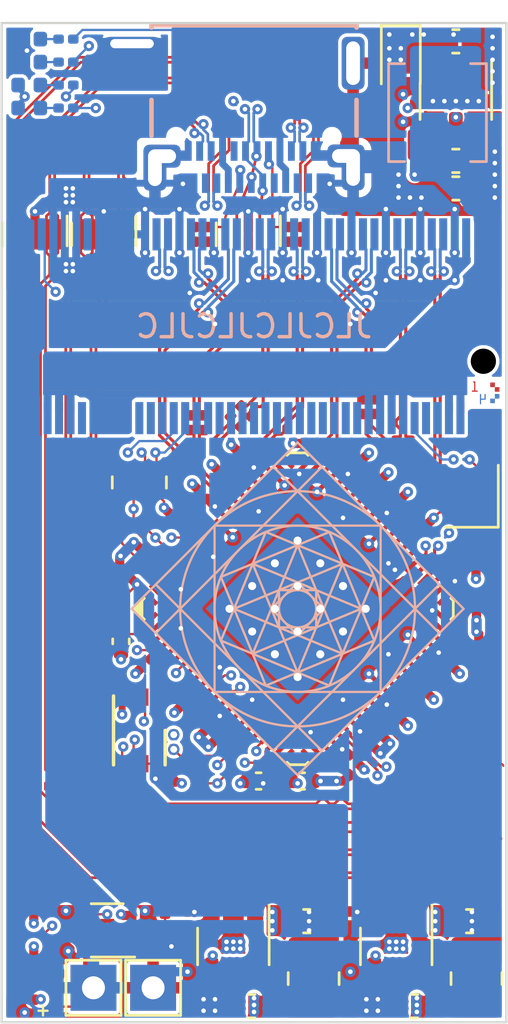
<source format=kicad_pcb>
(kicad_pcb (version 20211014) (generator pcbnew)
  (layers (0 "F.Cu" signal) (1 "In1.Cu" signal) (2 "In2.Cu" signal) (31 "B.Cu" signal) (34 "B.Paste" user) (35 "F.Paste" user) (36 "B.SilkS" user "B.Silkscreen") (37 "F.SilkS" user "F.Silkscreen") (38 "B.Mask" user) (39 "F.Mask" user) (44 "Edge.Cuts" user))
  (net 0 "")
  (net 1 "USB_TX1+")
  (net 2 "PCIe_TX0-")
  (net 3 "USB_TX1-")
  (net 4 "PCIe_TX0+")
  (net 5 "USB_TX2+")
  (net 6 "USB_TX2-")
  (net 7 "/USB_TX1_+")
  (net 8 "PCIe_TX1-")
  (net 9 "/PCIe_TX0_-")
  (net 10 "PCIe_TX1+")
  (net 11 "/USB_TX1_-")
  (net 12 "PCIe_TX2-")
  (net 13 "GND")
  (net 14 "USB_CC1")
  (net 15 "/PCIe_TX0_+")
  (net 16 "PCIe_TX2+")
  (net 17 "USB_CC2")
  (net 18 "/USB_TX2_+")
  (net 19 "PCIe_TX3-")
  (net 20 "/USB_TX2_-")
  (net 21 "PCIe_TX3+")
  (net 22 "/RST")
  (net 23 "~{PCIe_RST}")
  (net 24 "/XI")
  (net 25 "/XO")
  (net 26 "+1V0")
  (net 27 "/3V3P_SW")
  (net 28 "/3V3P_BOOT")
  (net 29 "+5V")
  (net 30 "+3.3VP")
  (net 31 "+2V5")
  (net 32 "+3V3")
  (net 33 "/1V0_FB")
  (net 34 "Net-(D2-Pad2)")
  (net 35 "Net-(D3-Pad2)")
  (net 36 "Net-(D4-Pad1)")
  (net 37 "/2V5_SW")
  (net 38 "LS_LED")
  (net 39 "HS_LED")
  (net 40 "USB_D+")
  (net 41 "USB_D-")
  (net 43 "USB_RX2-")
  (net 44 "USB_RX2+")
  (net 46 "USB_RX1-")
  (net 47 "USB_RX1+")
  (net 48 "UART_TX")
  (net 49 "/2V5_FB")
  (net 50 "/1V0_SW")
  (net 51 "Net-(D5-Pad1)")
  (net 56 "/2V5_BOOT")
  (net 57 "/1V0_BOOT")
  (net 58 "M2_LED")
  (net 59 "/REXT")
  (net 60 "PCIe_PWR_EN")
  (net 61 "/3V3P_FB")
  (net 65 "~{SPI_CS}")
  (net 66 "SPI_DO")
  (net 67 "SPI_CLK")
  (net 68 "SPI_DI")
  (net 69 "PCIe_REFCLK-")
  (net 70 "PCIe_REFCLK+")
  (net 71 "PCIe_RX3-")
  (net 72 "PCIe_RX3+")
  (net 73 "PCIe_RX2-")
  (net 74 "PCIe_RX2+")
  (net 75 "PCIe_RX1-")
  (net 76 "PCIe_RX1+")
  (net 77 "PCIe_RX0-")
  (net 78 "PCIe_RX0+")
  (net 79 "PCIe_DET")
  (net 81 "PCIe_CLKREQ")
  (net 104 "/PCIe_TX1_-")
  (net 105 "/PCIe_TX1_+")
  (net 106 "/PCIe_TX2_-")
  (net 107 "/PCIe_TX2_+")
  (net 108 "/PCIe_TX3_-")
  (net 109 "/PCIe_TX3_+")
  (net 111 "VBUS_DET")
  (net 112 "/VBUS_CMP")
  (net 113 "Net-(D6-Pad2)")
  (net 114 "Net-(D7-Pad2)")
  (net 115 "Net-(D8-Pad1)")
  (net 116 "Net-(D9-Pad1)")
  (footprint "Diode_SMD:D_SOD-323" (layer "F.Cu") (at 17.4 1.6 -90)
    (fp_text reference "D1" hide)
    (fp_text value "D_TVS" hide)
  )
  (footprint "Stanlazys:C_0201_0603Metric" (layer "F.Cu") (at 9 9.2 90)
    (fp_text reference "C10" hide)
    (fp_text value "220pF" hide)
  )
  (footprint "Stanlazys:C_0201_0603Metric" (layer "F.Cu") (at 19.546804 27.904163 -45)
    (fp_text reference "C36" hide)
    (fp_text value "100nF" hide)
  )
  (footprint "Stanlazys:stanlazy_1.9mm_copper" (layer "F.Cu") (at 20.8 37.147828 90)
    (fp_text reference "REF**" hide)
    (fp_text value "stanlazy_1.9mm_copper" hide)
  )
  (footprint "Stanlazys:C_0201_0603Metric" (layer "F.Cu") (at 16.506245 30.944722 -45)
    (fp_text reference "C21" hide)
    (fp_text value "100nF" hide)
  )
  (footprint "Package_TO_SOT_SMD:SOT-23-6" (layer "F.Cu") (at 10.1 40.2 -90)
    (fp_text reference "U8" hide)
    (fp_text value "MT2492" hide)
  )
  (footprint "Stanlazys:C_0201_0603Metric" (layer "F.Cu") (at 13.3 18.3 180)
    (fp_text reference "C26" hide)
    (fp_text value "100nF" hide)
  )
  (footprint "Stanlazys:R_0201_0603Metric" (layer "F.Cu") (at 6.8 40.2 180)
    (fp_text reference "R16" hide)
    (fp_text value "12KΩ" hide)
  )
  (footprint "Stanlazys:C_0201_0603Metric" (layer "F.Cu") (at 10.624264 17.324264 45)
    (fp_text reference "C7" hide)
    (fp_text value "220nF" hide)
  )
  (footprint "Stanlazys:C_0201_0603Metric" (layer "F.Cu") (at 17.284062 30.166905 -45)
    (fp_text reference "C35" hide)
    (fp_text value "100nF" hide)
  )
  (footprint "Package_TO_SOT_SMD:SOT-23-6" (layer "F.Cu") (at 17.2 40.2 -90)
    (fp_text reference "U7" hide)
    (fp_text value "MT2492" hide)
  )
  (footprint "Stanlazys:C_0201_0603Metric" (layer "F.Cu") (at 20.253911 23.802944 45)
    (fp_text reference "C37" hide)
    (fp_text value "100nF" hide)
  )
  (footprint "LED_SMD:LED_0402_1005Metric" (layer "F.Cu") (at 2.4 40.9 -90)
    (fp_text reference "D2" hide)
    (fp_text value "M2_LED" hide)
  )
  (footprint "Stanlazys:C_0201_0603Metric" (layer "F.Cu") (at 15.587006 19.136039 45)
    (fp_text reference "C39" hide)
    (fp_text value "100nF" hide)
  )
  (footprint "Stanlazys:SolderJumper-2_1.2x0.6mm" (layer "F.Cu") (at 4.6 39.6 90)
    (fp_text reference "JP1" hide)
    (fp_text value "Jumper" hide)
  )
  (footprint "Package_TO_SOT_SMD:SOT-353_SC-70-5" (layer "F.Cu") (at 4.6 39.5 180)
    (fp_text reference "U9" hide)
    (fp_text value "LM331" hide)
  )
  (footprint "Stanlazys:C_0201_0603Metric" (layer "F.Cu") (at 18.8 32.199999 90)
    (fp_text reference "C1" hide)
    (fp_text value "220nF" hide)
  )
  (footprint "Resistor_SMD:R_0201_0603Metric" (layer "F.Cu") (at 7.5 31.3 90)
    (fp_text reference "TP1" hide)
    (fp_text value "TestPoint_2Pole" hide)
  )
  (footprint "Stanlazys:C_0201_0603Metric" (layer "F.Cu") (at 6.221376 23.064017 135)
    (fp_text reference "C29" hide)
    (fp_text value "100nF" hide)
  )
  (footprint "Resistor_SMD:R_Array_Convex_4x0402" (layer "F.Cu") (at 6 20 -90)
    (fp_text reference "RN1" hide)
    (fp_text value "10KΩ" hide)
  )
  (footprint "Inductor_SMD:L_1008_2520Metric" (layer "F.Cu") (at 13.6 41.6 90)
    (fp_text reference "L3" hide)
    (fp_text value "4u7H" hide)
  )
  (footprint "Stanlazys:C_0201_0603Metric" (layer "F.Cu") (at 17.284062 20.833095 45)
    (fp_text reference "C38" hide)
    (fp_text value "100nF" hide)
  )
  (footprint "Stanlazys:C_0201_0603Metric" (layer "F.Cu") (at 9.010913 30.66188 -135)
    (fp_text reference "C42" hide)
    (fp_text value "100nF" hide)
  )
  (footprint "TestPoint:TestPoint_THTPad_2.0x2.0mm_Drill1.0mm" (layer "F.Cu") (at 4 42)
    (fp_text reference "TP2" hide)
    (fp_text value "TestPoint" hide)
  )
  (footprint "Stanlazys:R_0201_0603Metric" (layer "F.Cu") (at 8.5 32.7 90)
    (fp_text reference "R18" hide)
    (fp_text value "10KΩ" hide)
  )
  (footprint "Stanlazys:C_0201_0603Metric" (layer "F.Cu") (at 7.950253 29.601219 -135)
    (fp_text reference "C18" hide)
    (fp_text value "100nF" hide)
  )
  (footprint "Stanlazys:R_0201_0603Metric" (layer "F.Cu") (at 5.2 25.3 -90)
    (fp_text reference "R3" hide)
    (fp_text value "100KΩ" hide)
  )
  (footprint "Capacitor_SMD:C_0402_1005Metric" (layer "F.Cu") (at 13.1 33)
    (fp_text reference "C45" hide)
    (fp_text value "2u2F" hide)
  )
  (footprint "Stanlazys:C_0201_0603Metric" (layer "F.Cu") (at 17.199999 18.5 90)
    (fp_text reference "C14" hide)
    (fp_text value "220nF" hide)
  )
  (footprint "Stanlazys:C_0201_0603Metric" (layer "F.Cu") (at 6.253196 27.904163 -135)
    (fp_text reference "C17" hide)
    (fp_text value "100nF" hide)
  )
  (footprint "Stanlazys:C_0201_0603Metric" (layer "F.Cu") (at 10.464017 18.821376 135)
    (fp_text reference "C40" hide)
    (fp_text value "100nF" hide)
  )
  (footprint "Capacitor_SMD:C_0402_1005Metric" (layer "F.Cu") (at 5.2 26.92 -90)
    (fp_text reference "C15" hide)
    (fp_text value "1uF" hide)
  )
  (footprint "Stanlazys:C_0201_0603Metric" (layer "F.Cu") (at 17.8 18.499999 90)
    (fp_text reference "C13" hide)
    (fp_text value "220nF" hide)
  )
  (footprint "Stanlazys:C_0201_0603Metric" (layer "F.Cu") (at 10.2 16.9 45)
    (fp_text reference "C8" hide)
    (fp_text value "220nF" hide)
  )
  (footprint "Capacitor_SMD:C_0603_1608Metric" (layer "F.Cu") (at 19.8 6 180)
    (fp_text reference "C33" hide)
    (fp_text value "10uF" hide)
  )
  (footprint "Stanlazys:C_0201_0603Metric" (layer "F.Cu") (at 7.63559 21.649804 135)
    (fp_text reference "C28" hide)
    (fp_text value "100nF" hide)
  )
  (footprint "Stanlazys:C_0201_0603Metric" (layer "F.Cu") (at 8.8 17.4 90)
    (fp_text reference "C2" hide)
    (fp_text value "220nF" hide)
  )
  (footprint "Capacitor_SMD:C_0603_1608Metric" (layer "F.Cu") (at 10.9 42.8)
    (fp_text reference "C51" hide)
    (fp_text value "10uF" hide)
  )
  (footprint "Stanlazys:C_0201_0603Metric" (layer "F.Cu") (at 20.6 22.2 180)
    (fp_text reference "C16" hide)
    (fp_text value "10pF" hide)
  )
  (footprint "LED_SMD:LED_0402_1005Metric" (layer "F.Cu") (at 0.6 42.4 90)
    (fp_text reference "D3" hide)
    (fp_text value "M2_LED" hide)
  )
  (footprint "Stanlazys:R_0201_0603Metric" (layer "F.Cu") (at 20.7 25.4 90)
    (fp_text reference "R11" hide)
    (fp_text value "12K1Ω" hide)
  )
  (footprint "Stanlazys:C_0201_0603Metric" (layer "F.Cu") (at 21.6 3.75 90)
    (fp_text reference "C30" hide)
    (fp_text value "100nF" hide)
  )
  (footprint "Package_DFN_QFN:DFN-8-1EP_3x2mm_P0.5mm_EP1.3x1.5mm" (layer "F.Cu") (at 6 30.794975 -90)
    (fp_text reference "U4" hide)
    (fp_text value "512Kb 25 Flash" hide)
  )
  (footprint "Stanlazys:C_0201_0603Metric" (layer "F.Cu") (at 19.1 40.55 -90)
    (fp_text reference "C48" hide)
    (fp_text value "22nF" hide)
  )
  (footprint "Stanlazys:Crystal_SMD_2016-4Pin_2.0x1.6mm" (layer "F.Cu") (at 20.5 20.6 90)
    (fp_text reference "Y1" hide)
    (fp_text value "25M/16pF" hide)
  )
  (footprint "Capacitor_SMD:C_0402_1005Metric" (layer "F.Cu") (at 11.2 33 180)
    (fp_text reference "C46" hide)
    (fp_text value "2u2F" hide)
  )
  (footprint "Stanlazys:C_0201_0603Metric" (layer "F.Cu") (at 20.395332 27.055635 -45)
    (fp_text reference "C23" hide)
    (fp_text value "100nF" hide)
  )
  (footprint "Stanlazys:C_0201_0603Metric" (layer "F.Cu") (at 6.8 39.5)
    (fp_text reference "C50" hide)
    (fp_text value "100nF" hide)
  )
  (footprint "Stanlazys:R_0201_0603Metric" (layer "F.Cu") (at 15.2 40.399999 90)
    (fp_text reference "R19" hide)
    (fp_text value "16KΩ" hide)
  )
  (footprint "Stanlazys:C_0201_0603Metric" (layer "F.Cu") (at 7.5 32.7 -90)
    (fp_text reference "C47" hide)
    (fp_text value "100nF" hide)
  )
  (footprint "Stanlazys:C_0201_0603Metric" (layer "F.Cu") (at 8.766961 20.518433 135)
    (fp_text reference "C41" hide)
    (fp_text value "100nF" hide)
  )
  (footprint "Stanlazys:R_0201_0603Metric" (layer "F.Cu") (at 13.1 9.2 90)
    (fp_text reference "R2" hide)
    (fp_text value "5K1Ω" hide)
  )
  (footprint "Stanlazys:C_0201_0603Metric" (layer "F.Cu") (at 9.435177 31.086144 -135)
    (fp_text reference "C19" hide)
    (fp_text value "100nF" hide)
  )
  (footprint "Capacitor_SMD:C_0603_1608Metric" (layer "F.Cu") (at 20.4 39.1 180)
    (fp_text reference "C53" hide)
    (fp_text value "10uF" hide)
  )
  (footprint "Stanlazys:R_0201_0603Metric" (layer "F.Cu") (at 8.1 39 90)
    (fp_text reference "R22" hide)
    (fp_text value "10KΩ" hide)
  )
  (footprint "Stanlazys:C_0201_0603Metric" (layer "F.Cu") (at 12.5 9.2 90)
    (fp_text reference "C12" hide)
    (fp_text value "220pF" hide)
  )
  (footprint "Stanlazys:R_0201_0603Metric" (layer "F.Cu") (at 8.4 9.2 90)
    (fp_text reference "R1" hide)
    (fp_text value "5K1Ω" hide)
  )
  (footprint "Stanlazys:R_0201_0603Metric" (layer "F.Cu") (at 18 4.6 -90)
    (fp_text reference "R14" hide)
    (fp_text value "9K1Ω" hide)
  )
  (footprint "Stanlazys:R_0201_0603Metric" (layer "F.Cu") (at 18 6 -90)
    (fp_text reference "R15" hide)
    (fp_text value "30KΩ" hide)
  )
  (footprint "Stanlazys:C_0201_0603Metric" (layer "F.Cu") (at 2.8 39.3 90)
    (fp_text reference "C55" hide)
    (fp_text value "100nF" hide)
  )
  (footprint "Capacitor_SMD:C_0603_1608Metric" (layer "F.Cu") (at 13.3 39.1 180)
    (fp_text reference "C54" hide)
    (fp_text value "10uF" hide)
  )
  (footprint "Stanlazys:C_0201_0603Metric" (layer "F.Cu") (at 19.199999 30.299999 90)
    (fp_text reference "C5" hide)
    (fp_text value "220nF" hide)
  )
  (footprint "Stanlazys:C_0201_0603Metric" (layer "F.Cu") (at 8.199999 17.399999 90)
    (fp_text reference "C4" hide)
    (fp_text value "220nF" hide)
  )
  (footprint "Stanlazys:R_0201_0603Metric" (layer "F.Cu") (at 1.4 38.6 90)
    (fp_text reference "R6" hide)
    (fp_text value "R" hide)
  )
  (footprint "Stanlazys:C_0201_0603Metric" (layer "F.Cu") (at 16.081981 31.368986 -45)
    (fp_text reference "C34" hide)
    (fp_text value "100nF" hide)
  )
  (footprint "Stanlazys:R_0201_0603Metric" (layer "F.Cu") (at 8.1 40.4 90)
    (fp_text reference "R21" hide)
    (fp_text value "15KΩ" hide)
  )
  (footprint "Stanlazys:C_0201_0603Metric" (layer "F.Cu") (at 9.615489 19.669905 135)
    (fp_text reference "C27" hide)
    (fp_text value "100nF" hide)
  )
  (footprint "Stanlazys:C_0201_0603Metric" (layer "F.Cu") (at 16.3 16.7 90)
    (fp_text reference "C9" hide)
    (fp_text value "220nF" hide)
  )
  (footprint "Capacitor_SMD:C_0603_1608Metric" (layer "F.Cu") (at 19.8 7.2 180)
    (fp_text reference "C32" hide)
    (fp_text value "10uF" hide)
  )
  (footprint "TestPoint:TestPoint_THTPad_2.0x2.0mm_Drill1.0mm" (layer "F.Cu") (at 6.6 42)
    (fp_text reference "TP3" hide)
    (fp_text value "TestPoint" hide)
  )
  (footprint "Capacitor_SMD:C_0603_1608Metric" (layer "F.Cu") (at 18 42.8)
    (fp_text reference "C52" hide)
    (fp_text value "10uF" hide)
  )
  (footprint "Stanlazys:C_0201_0603Metric" (layer "F.Cu") (at 15.374874 32.076093 -45)
    (fp_text reference "C43" hide)
    (fp_text value "100nF" hide)
  )
  (footprint "Stanlazys:C_0201_0603Metric" (layer "F.Cu") (at 16.435534 19.984567 45)
    (fp_text reference "C25" hide)
    (fp_text value "100nF" hide)
  )
  (footprint "Package_TO_SOT_SMD:SOT-23-6" (layer "F.Cu") (at 19.8 3.4 -90)
    (fp_text reference "U5" hide)
    (fp_text value "TPS563201" hide)
  )
  (footprint "Package_SON:USON-10_2.5x1.0mm_P0.5mm" (layer "F.Cu") (at 4.45 9.2 -90)
    (fp_text reference "U2" hide)
    (fp_text value "TPD4E02B04DQA" hide)
  )
  (footprint "Stanlazys:R_0201_0603Metric" (layer "F.Cu") (at 1.4 42.2 90)
    (fp_text reference "R5" hide)
    (fp_text value "R" hide)
  )
  (footprint "LED_SMD:LED_0402_1005Metric" (layer "F.Cu") (at 0.6 38.8 -90)
    (fp_text reference "D4" hide)
    (fp_text value "LS_LED" hide)
  )
  (footprint "Stanlazys:C_0201_0603Metric" (layer "F.Cu") (at 19.8 30.3 90)
    (fp_text reference "C6" hide)
    (fp_text value "220nF" hide)
  )
  (footprint "Stanlazys:R_0201_0603Metric" (layer "F.Cu") (at 1.4 40.8 -90)
    (fp_text reference "R7" hide)
    (fp_text value "R" hide)
  )
  (footprint "Capacitor_SMD:C_0603_1608Metric" (layer "F.Cu") (at 19.8 0.8)
    (fp_text reference "C31" hide)
    (fp_text value "10uF" hide)
  )
  (footprint "Stanlazys:C_0201_0603Metric" (layer "F.Cu") (at 18.199999 32.2 90)
    (fp_text reference "C3" hide)
    (fp_text value "220nF" hide)
  )
  (footprint "Package_SON:USON-10_2.5x1.0mm_P0.5mm" (layer "F.Cu") (at 1.45 9.2 -90)
    (fp_text reference "U3" hide)
    (fp_text value "TPD4E02B04DQA" hide)
  )
  (footprint "Stanlazys:R_0201_0603Metric" (layer "F.Cu") (at 2.4 42.5 90)
    (fp_text reference "R4" hide)
    (fp_text value "R" hide)
  )
  (footprint "Stanlazys:C_0201_0603Metric" (layer "F.Cu") (at 12 40.55 -90)
    (fp_text reference "C49" hide)
    (fp_text value "22nF" hide)
  )
  (footprint "Stanlazys:C_0201_0603Metric" (layer "F.Cu") (at 15.699999 16.699999 90)
    (fp_text reference "C11" hide)
    (fp_text value "220nF" hide)
  )
  (footprint "Stanlazys:QFN-88_EP_9.75x9.75_Pitch0.4mm_ThermalVias" (layer "F.Cu") (at 12.9 25.5 45)
    (fp_text reference "U1" hide)
    (fp_text value "ASM2364" hide)
  )
  (footprint "Stanlazys:R_0201_0603Metric" (layer "F.Cu") (at 15.2 39 90)
    (fp_text reference "R20" hide)
    (fp_text value "51KΩ" hide)
  )
  (footprint "LED_SMD:LED_0402_1005Metric" (layer "F.Cu") (at 0.6 40.6 90)
    (fp_text reference "D5" hide)
    (fp_text value "HS_LED" hide)
  )
  (footprint "Package_SON:USON-10_2.5x1.0mm_P0.5mm" (layer "F.Cu") (at 10.75 9.2 -90)
    (fp_text reference "U6" hide)
    (fp_text value "TPD4E02B04DQA" hide)
  )
  (footprint "Stanlazys:R_0201_0603Metric" (layer "F.Cu") (at 6.8 38.8)
    (fp_text reference "R17" hide)
    (fp_text value "27KΩ" hide)
  )
  (footprint "Inductor_SMD:L_1008_2520Metric" (layer "F.Cu") (at 20.7 41.6 90)
    (fp_text reference "L2" hide)
    (fp_text value "4u7H" hide)
  )
  (footprint "Stanlazys:C_0201_0603Metric" (layer "F.Cu") (at 18.415433 21.964466 45)
    (fp_text reference "C24" hide)
    (fp_text value "100nF" hide)
  )
  (footprint "Stanlazys:C_0201_0603Metric" (layer "F.Cu") (at 14.95061 32.500357 -45)
    (fp_text reference "C20" hide)
    (fp_text value "100nF" hide)
  )
  (footprint "Stanlazys:C_0201_0603Metric" (layer "F.Cu") (at 18.415433 29.035534 -45)
    (fp_text reference "C22" hide)
    (fp_text value "100nF" hide)
  )
  (footprint "Stanlazys:C_0201_0603Metric" (layer "F.Cu") (at 5.372848 23.912545 135)
    (fp_text reference "C44" hide)
    (fp_text value "100nF" hide)
  )
  (footprint "Stanlazys:R_0201_0603Metric" (layer "F.Cu") (at 18 3.2 -90)
    (fp_text reference "R13" hide)
    (fp_text value "10KΩ" hide)
  )
  (footprint "LED_SMD:LED_0402_1005Metric" (layer "B.Cu") (at 1.2 1.7)
    (fp_text reference "D7" hide)
    (fp_text value "M2_LED" hide)
  )
  (footprint "LED_SMD:LED_0402_1005Metric" (layer "B.Cu") (at 1.2 0.7)
    (fp_text reference "D6" hide)
    (fp_text value "M2_LED" hide)
  )
  (footprint "Inductor_SMD:L_Vishay_IHLP-1616" (layer "B.Cu") (at 19 3.9 -90)
    (fp_text reference "L1" hide)
    (fp_text value "L_Small" hide)
  )
  (footprint "Stanlazys:R_0201_0603Metric" (layer "B.Cu") (at 2.8 1.7 180)
    (fp_text reference "R9" hide)
    (fp_text value "R" hide)
  )
  (footprint "Stanlazys:stanlazy_10.2mm_silk" (layer "B.Cu") (at 12.9 25.5 -135)
    (fp_text reference "REF**" hide)
    (fp_text value "stanlazy_10.2mm_silk" hide)
  )
  (footprint "Stanlazys:M.2-M" (layer "B.Cu") (at 11 13.2 180)
    (fp_text reference "J2" hide)
    (fp_text value "Bus_M.2_Socket_M" hide)
  )
  (footprint "Stanlazys:USB_C_Receptacle_GCT_USB4080-03-A" (layer "B.Cu") (at 11 6.2975)
    (fp_text reference "J1" hide)
    (fp_text value "USB_C_Receptacle" hide)
  )
  (footprint "Stanlazys:R_0201_0603Metric" (layer "B.Cu") (at 2.800001 0.7 180)
    (fp_text reference "R8" hide)
    (fp_text value "R" hide)
  )
  (footprint "Stanlazys:R_0201_0603Metric" (layer "B.Cu") (at 2.8 3.7 180)
    (fp_text reference "R10" hide)
    (fp_text value "R" hide)
  )
  (footprint "Stanlazys:R_0201_0603Metric" (layer "B.Cu") (at 2.8 2.700001 180)
    (fp_text reference "R12" hide)
    (fp_text value "R" hide)
  )
  (footprint "LED_SMD:LED_0402_1005Metric" (layer "B.Cu") (at 1.2 2.7 180)
    (fp_text reference "D9" hide)
    (fp_text value "HS_LED" hide)
  )
  (footprint "LED_SMD:LED_0402_1005Metric" (layer "B.Cu") (at 1.2 3.7 180)
    (fp_text reference "D8" hide)
    (fp_text value "LS_LED" hide)
  )
  (gr_poly (pts (xy 20.65 16) (xy 20.75 16) (xy 20.75 16.05) (xy 20.5 16.05) (xy 20.5 16) (xy 20.6 16) (xy 20.6 15.65) (xy 20.55 15.65) (xy 20.55 15.6) (xy 20.65 15.6)) (layer "F.Cu") (width 0) (fill solid))
  (gr_poly (pts (xy 21.7 16.05) (xy 21.5 16.05) (xy 21.5 15.85) (xy 21.7 15.85)) (layer "F.Cu") (width 0) (fill solid))
  (gr_poly (pts (xy 21.5 15.85) (xy 21.3 15.85) (xy 21.3 15.65) (xy 21.5 15.65)) (layer "F.Cu") (width 0) (fill solid))
  (gr_poly (pts (xy 21.7 16.35) (xy 21.5 16.35) (xy 21.5 16.15) (xy 21.7 16.15)) (layer "B.Cu") (width 0) (fill solid))
  (gr_poly (pts (xy 21.5 16.55) (xy 21.3 16.55) (xy 21.3 16.35) (xy 21.5 16.35)) (layer "B.Cu") (width 0) (fill solid))
  (gr_poly (pts (xy 20.9 16.35) (xy 21.05 16.35) (xy 21.05 16.15) (xy 21.1 16.15) (xy 21.1 16.4) (xy 20.9 16.4) (xy 20.9 16.6) (xy 20.85 16.6) (xy 20.85 16.15) (xy 20.9 16.15)) (layer "B.Cu") (width 0) (fill solid))
  (gr_line (start 1.8 43.2) (end 1.8 42.8) (layer "F.SilkS") (width 0.1))
  (gr_line (start 1.6 43) (end 2 43) (layer "F.SilkS") (width 0.1))
  (gr_line (start 22 0) (end 22 43.5) (layer "Edge.Cuts") (width 0.1))
  (gr_line (start 22 43.5) (end 0 43.5) (layer "Edge.Cuts") (width 0.1))
  (gr_line (start 0 43.5) (end 0 0) (layer "Edge.Cuts") (width 0.1))
  (gr_line (start 0 0) (end 22 0) (layer "Edge.Cuts") (width 0.1))
  (gr_text "@Stanlazy  ASM2364 V0R1" (at 21.478823 35.9 90) (layer "F.Cu") (effects (font (size 0.5 0.5) (thickness 0.09)) (justify left)))
  (gr_text "JLCJLCJLCJLC" (at 11 13.2) (layer "B.SilkS") (effects (font (size 1 1)) (justify mirror)))
  (segment (start 5.355056 3.2915) (end 3.5915 5.055056) (width 0.117) (layer "F.Cu") (net 1))
  (segment (start 2.7915 32.944944) (end 5.055056 35.2085) (width 0.117) (layer "F.Cu") (net 1))
  (segment (start 5.055056 35.2085) (end 16.644944 35.2085) (width 0.117) (layer "F.Cu") (net 1))
  (segment (start 9.9085 5.544944) (end 9.9085 4.055056) (width 0.117) (layer "F.Cu") (net 1))
  (segment (start 2.7915 11.955056) (end 2.7915 32.944944) (width 0.117) (layer "F.Cu") (net 1))
  (segment (start 3.5915 10.139001) (end 3.5915 11.155056) (width 0.117) (layer "F.Cu") (net 1))
  (segment (start 3.5915 11.155056) (end 2.7915 11.955056) (width 0.117) (layer "F.Cu") (net 1))
  (segment (start 18.6085 32.711499) (end 18.8 32.519999) (width 0.117) (layer "F.Cu") (net 1))
  (segment (start 3.5915 8.260999) (end 3.45 8.402499) (width 0.117) (layer "F.Cu") (net 1))
  (segment (start 3.5915 5.055056) (end 3.5915 8.260999) (width 0.117) (layer "F.Cu") (net 1))
  (segment (start 18.6085 33.244944) (end 18.6085 32.711499) (width 0.117) (layer "F.Cu") (net 1))
  (segment (start 9.238501 6.214943) (end 9.9085 5.544944) (width 0.117) (layer "F.Cu") (net 1))
  (segment (start 9.9085 4.055056) (end 9.144944 3.2915) (width 0.117) (layer "F.Cu") (net 1))
  (segment (start 9.144944 3.2915) (end 5.355056 3.2915) (width 0.117) (layer "F.Cu") (net 1))
  (segment (start 16.644944 35.2085) (end 18.6085 33.244944) (width 0.117) (layer "F.Cu") (net 1))
  (segment (start 3.45 9.997501) (end 3.5915 10.139001) (width 0.117) (layer "F.Cu") (net 1))
  (segment (start 3.45 8.402499) (end 3.45 8.815) (width 0.117) (layer "F.Cu") (net 1))
  (segment (start 9.238501 7.788078) (end 9.238501 6.214943) (width 0.117) (layer "F.Cu") (net 1))
  (segment (start 3.45 8.815) (end 3.45 9.585) (width 0.3) (layer "F.Cu") (net 1))
  (segment (start 3.45 9.585) (end 3.45 9.997501) (width 0.117) (layer "F.Cu") (net 1))
  (segment (start 9.405 7.954577) (end 9.238501 7.788078) (width 0.117) (layer "F.Cu") (net 1))
  (via (at 9.405 7.954577) (size 0.45) (drill 0.2) (layers "F.Cu" "B.Cu") (net 1))
  (segment (start 9.238501 7.788078) (end 9.405 7.954577) (width 0.117) (layer "B.Cu") (net 1))
  (segment (start 9.2385 7.389) (end 9.238501 7.788078) (width 0.117) (layer "B.Cu") (net 1))
  (segment (start 9.38 7.2475) (end 9.2385 7.389) (width 0.117) (layer "B.Cu") (net 1))
  (segment (start 8.6175 16.8975) (end 8.8 17.08) (width 0.135) (layer "F.Cu") (net 2))
  (segment (start 10.1175 13.548672) (end 8.6175 15.048672) (width 0.135) (layer "F.Cu") (net 2))
  (segment (start 10.1175 12.251329) (end 10.1175 13.548672) (width 0.135) (layer "F.Cu") (net 2))
  (segment (start 8.994455 10.905545) (end 8.994455 11.128284) (width 0.135) (layer "F.Cu") (net 2))
  (segment (start 8.6175 16.8975) (end 8.6175 15.048672) (width 0.135) (layer "F.Cu") (net 2))
  (segment (start 8.994455 11.128284) (end 10.1175 12.251329) (width 0.135) (layer "F.Cu") (net 2))
  (via (at 8.994455 10.905545) (size 0.45) (drill 0.2) (layers "F.Cu" "B.Cu") (net 2))
  (segment (start 8.771716 10.905545) (end 8.994455 10.905545) (width 0.135) (layer "B.Cu") (net 2))
  (segment (start 8.6175 10.751329) (end 8.771716 10.905545) (width 0.135) (layer "B.Cu") (net 2))
  (segment (start 8.6175 9.8575) (end 8.6175 10.751329) (width 0.135) (layer "B.Cu") (net 2))
  (segment (start 8.75 9.725) (end 8.6175 9.8575) (width 0.135) (layer "B.Cu") (net 2))
  (segment (start 3.8085 5.144944) (end 3.8085 5.3585) (width 0.117) (layer "F.Cu") (net 3))
  (segment (start 6.9 3.7) (end 6.700001 3.7) (width 0.117) (layer "F.Cu") (net 3))
  (segment (start 3.0085 32.5915) (end 3.2 32.4) (width 0.117) (layer "F.Cu") (net 3))
  (segment (start 9.021499 6.125057) (end 9.6915 5.455056) (width 0.117) (layer "F.Cu") (net 3))
  (segment (start 4 5.55) (end 4 5.75) (width 0.117) (layer "F.Cu") (net 3))
  (segment (start 3.8085 8.260999) (end 3.95 8.402499) (width 0.117) (layer "F.Cu") (net 3))
  (segment (start 7.891501 3.5085) (end 7.700001 3.7) (width 0.117) (layer "F.Cu") (net 3))
  (segment (start 3.8085 5.9415) (end 3.8085 8.260999) (width 0.117) (layer "F.Cu") (net 3))
  (segment (start 5.444944 3.5085) (end 3.8085 5.144944) (width 0.117) (layer "F.Cu") (net 3))
  (segment (start 6.1 3.7) (end 5.900001 3.7) (width 0.117) (layer "F.Cu") (net 3))
  (segment (start 3.2 32.2) (end 3.0085 32.0085) (width 0.117) (layer "F.Cu") (net 3))
  (segment (start 14.6915 34.9915) (end 14.5 34.8) (width 0.117) (layer "F.Cu") (net 3))
  (segment (start 15.9 34.8) (end 15.7085 34.9915) (width 0.117) (layer "F.Cu") (net 3))
  (segment (start 5.144944 34.9915) (end 3.0085 32.855056) (width 0.117) (layer "F.Cu") (net 3))
  (segment (start 9.021499 7.788078) (end 9.021499 6.125057) (width 0.117) (layer "F.Cu") (net 3))
  (segment (start 8.855 7.954577) (end 9.021499 7.788078) (width 0.117) (layer "F.Cu") (net 3))
  (segment (start 18.391498 32.711499) (end 18.391498 33.155058) (width 0.117) (layer "F.Cu") (net 3))
  (segment (start 5.9915 34.9915) (end 5.8 34.8) (width 0.117) (layer "F.Cu") (net 3))
  (segment (start 16.2915 34.9915) (end 16.1 34.8) (width 0.117) (layer "F.Cu") (net 3))
  (segment (start 5.9915 34.9915) (end 14.1085 34.9915) (width 0.117) (layer "F.Cu") (net 3))
  (segment (start 7.700001 3.7) (end 7.500002 3.7) (width 0.117) (layer "F.Cu") (net 3))
  (segment (start 3.95 8.815) (end 3.95 9.585) (width 0.3) (layer "F.Cu") (net 3))
  (segment (start 16.555056 34.9915) (end 16.2915 34.9915) (width 0.117) (layer "F.Cu") (net 3))
  (segment (start 9.6915 5.455056) (end 9.6915 4.144944) (width 0.117) (layer "F.Cu") (net 3))
  (segment (start 16.1 34.8) (end 15.9 34.8) (width 0.117) (layer "F.Cu") (net 3))
  (segment (start 3.95 8.402499) (end 3.95 8.815) (width 0.117) (layer "F.Cu") (net 3))
  (segment (start 3.8085 10.139001) (end 3.95 9.997501) (width 0.117) (layer "F.Cu") (net 3))
  (segment (start 4 5.75) (end 3.8085 5.9415) (width 0.117) (layer "F.Cu") (net 3))
  (segment (start 18.199999 32.52) (end 18.391498 32.711499) (width 0.117) (layer "F.Cu") (net 3))
  (segment (start 14.6915 34.9915) (end 14.9085 34.9915) (width 0.117) (layer "F.Cu") (net 3))
  (segment (start 3.0085 32.855056) (end 3.0085 32.5915) (width 0.117) (layer "F.Cu") (net 3))
  (segment (start 9.055056 3.5085) (end 7.891501 3.5085) (width 0.117) (layer "F.Cu") (net 3))
  (segment (start 7.308501 3.5085) (end 7.091501 3.5085) (width 0.117) (layer "F.Cu") (net 3))
  (segment (start 15.7085 34.9915) (end 15.4915 34.9915) (width 0.117) (layer "F.Cu") (net 3))
  (segment (start 15.4915 34.9915) (end 15.3 34.8) (width 0.117) (layer "F.Cu") (net 3))
  (segment (start 6.2915 3.5085) (end 6.1 3.7) (width 0.117) (layer "F.Cu") (net 3))
  (segment (start 14.5 34.8) (end 14.3 34.8) (width 0.117) (layer "F.Cu") (net 3))
  (segment (start 5.4085 34.9915) (end 5.144944 34.9915) (width 0.117) (layer "F.Cu") (net 3))
  (segment (start 3.0085 12.044944) (end 3.0085 32.0085) (width 0.117) (layer "F.Cu") (net 3))
  (segment (start 3.0085 12.044944) (end 3.8085 11.244944) (width 0.117) (layer "F.Cu") (net 3))
  (segment (start 15.1 34.8) (end 14.9085 34.9915) (width 0.117) (layer "F.Cu") (net 3))
  (segment (start 3.8085 5.3585) (end 4 5.55) (width 0.117) (layer "F.Cu") (net 3))
  (segment (start 3.2 32.4) (end 3.2 32.2) (width 0.117) (layer "F.Cu") (net 3))
  (segment (start 5.6 34.8) (end 5.4085 34.9915) (width 0.117) (layer "F.Cu") (net 3))
  (segment (start 6.508501 3.5085) (end 6.2915 3.5085) (width 0.117) (layer "F.Cu") (net 3))
  (segment (start 5.7085 3.5085) (end 5.444944 3.5085) (width 0.117) (layer "F.Cu") (net 3))
  (segment (start 3.95 9.997501) (end 3.95 9.585) (width 0.117) (layer "F.Cu") (net 3))
  (segment (start 9.6915 4.144944) (end 9.055056 3.5085) (width 0.117) (layer "F.Cu") (net 3))
  (segment (start 5.900001 3.7) (end 5.7085 3.5085) (width 0.117) (layer "F.Cu") (net 3))
  (segment (start 3.8085 11.244944) (end 3.8085 10.139001) (width 0.117) (layer "F.Cu") (net 3))
  (segment (start 18.391498 33.155058) (end 16.555056 34.9915) (width 0.117) (layer "F.Cu") (net 3))
  (segment (start 7.500002 3.7) (end 7.308501 3.5085) (width 0.117) (layer "F.Cu") (net 3))
  (segment (start 7.091501 3.5085) (end 6.9 3.7) (width 0.117) (layer "F.Cu") (net 3))
  (segment (start 14.3 34.8) (end 14.1085 34.9915) (width 0.117) (layer "F.Cu") (net 3))
  (segment (start 6.700001 3.7) (end 6.508501 3.5085) (width 0.117) (layer "F.Cu") (net 3))
  (segment (start 15.3 34.8) (end 15.1 34.8) (width 0.117) (layer "F.Cu") (net 3))
  (segment (start 5.8 34.8) (end 5.6 34.8) (width 0.117) (layer "F.Cu") (net 3))
  (via (at 8.855 7.954577) (size 0.45) (drill 0.2) (layers "F.Cu" "B.Cu") (net 3))
  (segment (start 9.0215 7.389) (end 9.021499 7.788078) (width 0.117) (layer "B.Cu") (net 3))
  (segment (start 8.88 7.2475) (end 9.0215 7.389) (width 0.117) (layer "B.Cu") (net 3))
  (segment (start 9.021499 7.788078) (end 8.855 7.954577) (width 0.117) (layer "B.Cu") (net 3))
  (segment (start 8.605545 11.294455) (end 8.828284 11.294455) (width 0.135) (layer "F.Cu") (net 4))
  (segment (start 9.8825 12.348671) (end 9.8825 13.451328) (width 0.135) (layer "F.Cu") (net 4))
  (segment (start 8.382498 16.8975) (end 8.382498 14.95133) (width 0.135) (layer "F.Cu") (net 4))
  (segment (start 8.828284 11.294455) (end 9.8825 12.348671) (width 0.135) (layer "F.Cu") (net 4))
  (segment (start 9.8825 13.451328) (end 8.382498 14.95133) (width 0.135) (layer "F.Cu") (net 4))
  (segment (start 8.382498 16.8975) (end 8.199999 17.079999) (width 0.135) (layer "F.Cu") (net 4))
  (via (at 8.605545 11.294455) (size 0.45) (drill 0.2) (layers "F.Cu" "B.Cu") (net 4))
  (segment (start 8.605545 11.071716) (end 8.605545 11.294455) (width 0.135) (layer "B.Cu") (net 4))
  (segment (start 8.25 9.725) (end 8.3825 9.8575) (width 0.135) (layer "B.Cu") (net 4))
  (segment (start 8.3825 10.848671) (end 8.605545 11.071716) (width 0.135) (layer "B.Cu") (net 4))
  (segment (start 8.3825 9.8575) (end 8.3825 10.848671) (width 0.135) (layer "B.Cu") (net 4))
  (segment (start 19.608501 30.811499) (end 19.8 30.62) (width 0.117) (layer "F.Cu") (net 5))
  (segment (start 1.95 8.402499) (end 2.0915 8.260999) (width 0.117) (layer "F.Cu") (net 5))
  (segment (start 4.455056 36.2085) (end 17.044944 36.2085) (width 0.117) (layer "F.Cu") (net 5))
  (segment (start 17.044944 36.2085) (end 19.608502 33.644942) (width 0.117) (layer "F.Cu") (net 5))
  (segment (start 11.744944 2.3915) (end 12.988501 3.635057) (width 0.117) (layer "F.Cu") (net 5))
  (segment (start 1.95 8.815) (end 1.95 9.585) (width 0.3) (layer "F.Cu") (net 5))
  (segment (start 19.608502 33.644942) (end 19.608501 30.811499) (width 0.117) (layer "F.Cu") (net 5))
  (segment (start 2.0915 10.955056) (end 1.6915 11.355056) (width 0.117) (layer "F.Cu") (net 5))
  (segment (start 2.0915 4.655056) (end 4.355056 2.3915) (width 0.117) (layer "F.Cu") (net 5))
  (segment (start 12.988501 3.635057) (end 12.988501 4.388078) (width 0.117) (layer "F.Cu") (net 5))
  (segment (start 1.95 8.815) (end 1.95 8.402499) (width 0.117) (layer "F.Cu") (net 5))
  (segment (start 2.0915 8.260999) (end 2.0915 4.655056) (width 0.117) (layer "F.Cu") (net 5))
  (segment (start 1.6915 11.355056) (end 1.6915 33.444944) (width 0.117) (layer "F.Cu") (net 5))
  (segment (start 1.6915 33.444944) (end 4.455056 36.2085) (width 0.117) (layer "F.Cu") (net 5))
  (segment (start 2.0915 10.139001) (end 2.0915 10.955056) (width 0.117) (layer "F.Cu") (net 5))
  (segment (start 1.95 9.585) (end 1.95 9.997501) (width 0.117) (layer "F.Cu") (net 5))
  (segment (start 4.355056 2.3915) (end 11.744944 2.3915) (width 0.117) (layer "F.Cu") (net 5))
  (segment (start 1.95 9.997501) (end 2.0915 10.139001) (width 0.117) (layer "F.Cu") (net 5))
  (segment (start 12.988501 4.388078) (end 13.155 4.554577) (width 0.117) (layer "F.Cu") (net 5))
  (via (at 13.155 4.554577) (size 0.45) (drill 0.2) (layers "F.Cu" "B.Cu") (net 5))
  (segment (start 13.13 5.2975) (end 12.9885 5.156) (width 0.117) (layer "B.Cu") (net 5))
  (segment (start 12.988501 4.721076) (end 13.155 4.554577) (width 0.117) (layer "B.Cu") (net 5))
  (segment (start 12.9885 5.156) (end 12.988501 4.721076) (width 0.117) (layer "B.Cu") (net 5))
  (segment (start 10.8085 2.6085) (end 11.000001 2.8) (width 0.117) (layer "F.Cu") (net 6))
  (segment (start 16.3 35.8) (end 16.5 35.8) (width 0.117) (layer "F.Cu") (net 6))
  (segment (start 10.399999 2.8) (end 10.5915 2.6085) (width 0.117) (layer "F.Cu") (net 6))
  (segment (start 2.3085 5.0085) (end 2.3085 4.744944) (width 0.117) (layer "F.Cu") (net 6))
  (segment (start 2.5 5.4) (end 2.5 5.2) (width 0.117) (layer "F.Cu") (net 6))
  (segment (start 2.3085 11.044944) (end 1.9085 11.444944) (width 0.117) (layer "F.Cu") (net 6))
  (segment (start 11.2 2.8) (end 11.3915 2.6085) (width 0.117) (layer "F.Cu") (net 6))
  (segment (start 2.3085 4.744944) (end 4.444944 2.6085) (width 0.117) (layer "F.Cu") (net 6))
  (segment (start 2.3085 5.5915) (end 2.5 5.4) (width 0.117) (layer "F.Cu") (net 6))
  (segment (start 19.3915 33.555056) (end 19.3915 33.2915) (width 0.117) (layer "F.Cu") (net 6))
  (segment (start 11.000001 2.8) (end 11.2 2.8) (width 0.117) (layer "F.Cu") (net 6))
  (segment (start 2.45 8.402499) (end 2.3085 8.260999) (width 0.117) (layer "F.Cu") (net 6))
  (segment (start 15.3085 35.9915) (end 15.5 35.8) (width 0.117) (layer "F.Cu") (net 6))
  (segment (start 2.45 9.585) (end 2.45 9.997501) (width 0.117) (layer "F.Cu") (net 6))
  (segment (start 19.391499 31.008501) (end 19.391499 30.811499) (width 0.117) (layer "F.Cu") (net 6))
  (segment (start 5.2915 2.6085) (end 10.0085 2.6085) (width 0.117) (layer "F.Cu") (net 6))
  (segment (start 10.2 2.8) (end 10.399999 2.8) (width 0.117) (layer "F.Cu") (net 6))
  (segment (start 19.391499 30.811499) (end 19.199999 30.619999) (width 0.117) (layer "F.Cu") (net 6))
  (segment (start 12.771499 3.724943) (end 12.771499 4.388078) (width 0.117) (layer "F.Cu") (net 6))
  (segment (start 15.7 35.8) (end 15.8915 35.9915) (width 0.117) (layer "F.Cu") (net 6))
  (segment (start 4.900001 2.8) (end 5.1 2.8) (width 0.117) (layer "F.Cu") (net 6))
  (segment (start 10.0085 2.6085) (end 10.2 2.8) (width 0.117) (layer "F.Cu") (net 6))
  (segment (start 10.5915 2.6085) (end 10.8085 2.6085) (width 0.117) (layer "F.Cu") (net 6))
  (segment (start 4.444944 2.6085) (end 4.7085 2.6085) (width 0.117) (layer "F.Cu") (net 6))
  (segment (start 19.2 33.1) (end 19.2 32.9) (width 0.117) (layer "F.Cu") (net 6))
  (segment (start 2.45 8.815) (end 2.45 9.585) (width 0.3) (layer "F.Cu") (net 6))
  (segment (start 2.3085 8.260999) (end 2.3085 5.5915) (width 0.117) (layer "F.Cu") (net 6))
  (segment (start 5.3915 35.9915) (end 15.3085 35.9915) (width 0.117) (layer "F.Cu") (net 6))
  (segment (start 2.45 8.815) (end 2.45 8.402499) (width 0.117) (layer "F.Cu") (net 6))
  (segment (start 15.8915 35.9915) (end 16.1085 35.9915) (width 0.117) (layer "F.Cu") (net 6))
  (segment (start 12.771499 4.388078) (end 12.605 4.554577) (width 0.117) (layer "F.Cu") (net 6))
  (segment (start 5.1 2.8) (end 5.2915 2.6085) (width 0.117) (layer "F.Cu") (net 6))
  (segment (start 16.5 35.8) (end 16.6915 35.9915) (width 0.117) (layer "F.Cu") (net 6))
  (segment (start 2.5 5.2) (end 2.3085 5.0085) (width 0.117) (layer "F.Cu") (net 6))
  (segment (start 2.1 32.7) (end 2.1 32.9) (width 0.117) (layer "F.Cu") (net 6))
  (segment (start 1.9085 32.5085) (end 2.1 32.7) (width 0.117) (layer "F.Cu") (net 6))
  (segment (start 15.5 35.8) (end 15.7 35.8) (width 0.117) (layer "F.Cu") (net 6))
  (segment (start 19.2 31.4) (end 19.391499 31.591499) (width 0.117) (layer "F.Cu") (net 6))
  (segment (start 2.1 32.9) (end 1.9085 33.0915) (width 0.117) (layer "F.Cu") (net 6))
  (segment (start 11.3915 2.6085) (end 11.655056 2.6085) (width 0.117) (layer "F.Cu") (net 6))
  (segment (start 19.2 31.2) (end 19.2 31.4) (width 0.117) (layer "F.Cu") (net 6))
  (segment (start 19.3915 32.7085) (end 19.391499 31.591499) (width 0.117) (layer "F.Cu") (net 6))
  (segment (start 19.2 32.9) (end 19.3915 32.7085) (width 0.117) (layer "F.Cu") (net 6))
  (segment (start 2.45 9.997501) (end 2.3085 10.139001) (width 0.117) (layer "F.Cu") (net 6))
  (segment (start 16.1085 35.9915) (end 16.3 35.8) (width 0.117) (layer "F.Cu") (net 6))
  (segment (start 19.391499 31.008501) (end 19.2 31.2) (width 0.117) (layer "F.Cu") (net 6))
  (segment (start 1.9085 11.444944) (end 1.9085 32.5085) (width 0.117) (layer "F.Cu") (net 6))
  (segment (start 4.544944 35.9915) (end 4.8085 35.9915) (width 0.117) (layer "F.Cu") (net 6))
  (segment (start 16.955056 35.9915) (end 19.3915 33.555056) (width 0.117) (layer "F.Cu") (net 6))
  (segment (start 19.3915 33.2915) (end 19.2 33.1) (width 0.117) (layer "F.Cu") (net 6))
  (segment (start 2.3085 10.139001) (end 2.3085 11.044944) (width 0.117) (layer "F.Cu") (net 6))
  (segment (start 1.9085 33.0915) (end 1.9085 33.355056) (width 0.117) (layer "F.Cu") (net 6))
  (segment (start 1.9085 33.355056) (end 4.544944 35.9915) (width 0.117) (layer "F.Cu") (net 6))
  (segment (start 16.6915 35.9915) (end 16.955056 35.9915) (width 0.117) (layer "F.Cu") (net 6))
  (segment (start 4.7085 2.6085) (end 4.900001 2.8) (width 0.117) (layer "F.Cu") (net 6))
  (segment (start 5.2 35.8) (end 5.3915 35.9915) (width 0.117) (layer "F.Cu") (net 6))
  (segment (start 4.8085 35.9915) (end 5 35.8) (width 0.117) (layer "F.Cu") (net 6))
  (segment (start 5 35.8) (end 5.2 35.8) (width 0.117) (layer "F.Cu") (net 6))
  (segment (start 11.655056 2.6085) (end 12.771499 3.724943) (width 0.117) (layer "F.Cu") (net 6))
  (via (at 12.605 4.554577) (size 0.45) (drill 0.2) (layers "F.Cu" "B.Cu") (net 6))
  (segment (start 12.7715 5.156) (end 12.771499 4.721076) (width 0.117) (layer "B.Cu") (net 6))
  (segment (start 12.771499 4.721076) (end 12.605 4.554577) (width 0.117) (layer "B.Cu") (net 6))
  (segment (start 12.63 5.2975) (end 12.7715 5.156) (width 0.117) (layer "B.Cu") (net 6))
  (segment (start 18.608501 31.6885) (end 18.8 31.879999) (width 0.117) (layer "F.Cu") (net 7))
  (segment (start 17.478517 28.793704) (end 18.608501 29.923688) (width 0.117) (layer "F.Cu") (net 7))
  (segment (start 17.478517 28.664304) (end 17.478517 28.793704) (width 0.117) (layer "F.Cu") (net 7))
  (segment (start 18.608501 29.923688) (end 18.608501 31.6885) (width 0.117) (layer "F.Cu") (net 7))
  (segment (start 17.054252 28.240039) (end 17.478517 28.664304) (width 0.117) (layer "F.Cu") (net 7))
  (segment (start 11.4 16.290435) (end 11.4 16.6) (width 0.135) (layer "F.Cu") (net 8))
  (segment (start 10.990435 16.7) (end 10.850538 16.839897) (width 0.135) (layer "F.Cu") (net 8))
  (segment (start 11.617501 10.969878) (end 11.617501 16.072934) (width 0.135) (layer "F.Cu") (net 8))
  (segment (start 11.775 10.812379) (end 11.617501 10.969878) (width 0.135) (layer "F.Cu") (net 8))
  (segment (start 10.850538 16.839897) (end 10.850538 17.09799) (width 0.135) (layer "F.Cu") (net 8))
  (segment (start 11.617501 16.072934) (end 11.4 16.290435) (width 0.135) (layer "F.Cu") (net 8))
  (segment (start 11.4 16.6) (end 11.3 16.7) (width 0.135) (layer "F.Cu") (net 8))
  (segment (start 11.3 16.7) (end 10.990435 16.7) (width 0.135) (layer "F.Cu") (net 8))
  (via (at 11.775 10.812379) (size 0.45) (drill 0.2) (layers "F.Cu" "B.Cu") (net 8))
  (segment (start 11.617501 10.65488) (end 11.775 10.812379) (width 0.135) (layer "B.Cu") (net 8))
  (segment (start 11.75 9.725) (end 11.6175 9.8575) (width 0.135) (layer "B.Cu") (net 8))
  (segment (start 11.6175 9.8575) (end 11.617501 10.65488) (width 0.135) (layer "B.Cu") (net 8))
  (segment (start 8.6175 18.9825) (end 8.8 18.8) (width 0.135) (layer "F.Cu") (net 9))
  (segment (start 9.901867 20.63864) (end 8.617501 19.354274) (width 0.135) (layer "F.Cu") (net 9))
  (segment (start 8.8 18.6) (end 8.617501 18.417499) (width 0.135) (layer "F.Cu") (net 9))
  (segment (start 8.617501 17.902499) (end 8.8 17.72) (width 0.135) (layer "F.Cu") (net 9))
  (segment (start 8.617501 17.902499) (end 8.617501 18.417499) (width 0.135) (layer "F.Cu") (net 9))
  (segment (start 8.8 18.8) (end 8.8 18.6) (width 0.135) (layer "F.Cu") (net 9))
  (segment (start 10.442804 21.062905) (end 10.018539 20.63864) (width 0.135) (layer "F.Cu") (net 9))
  (segment (start 10.018539 20.63864) (end 9.901867 20.63864) (width 0.135) (layer "F.Cu") (net 9))
  (segment (start 8.617501 19.354274) (end 8.6175 18.9825) (width 0.135) (layer "F.Cu") (net 9))
  (segment (start 10.426274 16.673726) (end 10.684367 16.673726) (width 0.135) (layer "F.Cu") (net 10))
  (segment (start 11.382499 10.969878) (end 11.225 10.812379) (width 0.135) (layer "F.Cu") (net 10))
  (segment (start 10.684367 16.673726) (end 11.382499 15.975594) (width 0.135) (layer "F.Cu") (net 10))
  (segment (start 11.382499 15.975594) (end 11.382499 10.969878) (width 0.135) (layer "F.Cu") (net 10))
  (via (at 11.225 10.812379) (size 0.45) (drill 0.2) (layers "F.Cu" "B.Cu") (net 10))
  (segment (start 11.382499 10.65488) (end 11.225 10.812379) (width 0.135) (layer "B.Cu") (net 10))
  (segment (start 11.3825 9.8575) (end 11.382499 10.65488) (width 0.135) (layer "B.Cu") (net 10))
  (segment (start 11.25 9.725) (end 11.3825 9.8575) (width 0.135) (layer "B.Cu") (net 10))
  (segment (start 18.391499 30.308501) (end 18.2 30.5) (width 0.117) (layer "F.Cu") (net 11))
  (segment (start 18.2 30.7) (end 18.391499 30.891499) (width 0.117) (layer "F.Cu") (net 11))
  (segment (start 18.391499 30.01357) (end 18.391499 30.308501) (width 0.117) (layer "F.Cu") (net 11))
  (segment (start 17.325075 28.947146) (end 18.391499 30.01357) (width 0.117) (layer "F.Cu") (net 11))
  (segment (start 16.77141 28.522881) (end 17.195674 28.947146) (width 0.117) (layer "F.Cu") (net 11))
  (segment (start 18.391499 30.891499) (end 18.391499 31.6885) (width 0.117) (layer "F.Cu") (net 11))
  (segment (start 18.2 30.5) (end 18.2 30.7) (width 0.117) (layer "F.Cu") (net 11))
  (segment (start 18.391499 31.6885) (end 18.199999 31.88) (width 0.117) (layer "F.Cu") (net 11))
  (segment (start 17.195674 28.947146) (end 17.325075 28.947146) (width 0.117) (layer "F.Cu") (net 11))
  (segment (start 15.894455 12.205545) (end 15.894455 12.428284) (width 0.135) (layer "F.Cu") (net 12))
  (segment (start 15.894455 12.428284) (end 16.1175 12.651329) (width 0.135) (layer "F.Cu") (net 12))
  (segment (start 16.1175 12.651329) (end 16.1175 16.1975) (width 0.135) (layer "F.Cu") (net 12))
  (segment (start 16.1175 16.1975) (end 16.3 16.38) (width 0.135) (layer "F.Cu") (net 12))
  (via (at 15.894455 12.205545) (size 0.45) (drill 0.2) (layers "F.Cu" "B.Cu") (net 12))
  (segment (start 14.75 9.725) (end 14.6175 9.8575) (width 0.135) (layer "B.Cu") (net 12))
  (segment (start 14.6175 11.151329) (end 15.671716 12.205545) (width 0.135) (layer "B.Cu") (net 12))
  (segment (start 14.6175 9.8575) (end 14.6175 11.151329) (width 0.135) (layer "B.Cu") (net 12))
  (segment (start 15.671716 12.205545) (end 15.894455 12.205545) (width 0.135) (layer "B.Cu") (net 12))
  (segment (start 16.308255 31.59526) (end 16.506245 31.79325) (width 0.4) (layer "F.Cu") (net 13))
  (segment (start 7.85 33.1) (end 7.77 33.02) (width 0.3) (layer "F.Cu") (net 13))
  (segment (start 14.6 33) (end 14.903515 33) (width 0.4) (layer "F.Cu") (net 13))
  (segment (start 20.4 19) (end 21.05 19.65) (width 0.1) (layer "F.Cu") (net 13))
  (segment (start 5.2 27.4) (end 5.2 27.7) (width 0.4) (layer "F.Cu") (net 13))
  (segment (start 8.4 9.52) (end 9 9.52) (width 0.1) (layer "F.Cu") (net 13))
  (segment (start 7.0745 20.8245) (end 7.0745 21.1) (width 0.1) (layer "F.Cu") (net 13))
  (segment (start 6.6 20) (end 6.75 20.15) (width 0.1) (layer "F.Cu") (net 13))
  (segment (start 16.930509 31.368986) (end 16.732519 31.170996) (width 0.4) (layer "F.Cu") (net 13))
  (segment (start 5.25 19.85) (end 5.4 20) (width 0.1) (layer "F.Cu") (net 13))
  (segment (start 6.75 20.5) (end 7.0745 20.8245) (width 0.1) (layer "F.Cu") (net 13))
  (segment (start 18.839697 21.540202) (end 18.641707 21.738192) (width 0.4) (layer "F.Cu") (net 13))
  (segment (start 6.026922 28.130437) (end 5.828932 28.328427) (width 0.4) (layer "F.Cu") (net 13))
  (segment (start 1.45 8.2) (end 1.45 9.585) (width 0.4) (layer "F.Cu") (net 13))
  (segment (start 6.75 20.15) (end 6.75 20.5) (width 0.1) (layer "F.Cu") (net 13))
  (segment (start 5.995102 22.837742) (end 5.758222 22.600862) (width 0.4) (layer "F.Cu") (net 13))
  (segment (start 18.185623 27.108668) (end 17.708326 26.631371) (width 0.2) (layer "F.Cu") (net 13))
  (segment (start 5.4 20) (end 6.6 20) (width 0.1) (layer "F.Cu") (net 13))
  (segment (start 14.225825 19.931534) (end 13.748528 20.408831) (width 0.2) (layer "F.Cu") (net 13))
  (segment (start 9.25 9.86) (end 9.25 10) (width 0.1) (layer "F.Cu") (net 13))
  (segment (start 9.208903 31.312418) (end 9.010914 31.510407) (width 0.4) (layer "F.Cu") (net 13))
  (segment (start 12.5 9.6) (end 12.25 9.85) (width 0.1) (layer "F.Cu") (net 13))
  (segment (start 18.641707 29.261808) (end 18.839697 29.459798) (width 0.4) (layer "F.Cu") (net 13))
  (segment (start 16.661808 19.758293) (end 16.859798 19.560303) (width 0.4) (layer "F.Cu") (net 13))
  (segment (start 9 9.61) (end 9.25 9.86) (width 0.1) (layer "F.Cu") (net 13))
  (segment (start 1 43.0755) (end 0.8095 42.885) (width 0.1) (layer "F.Cu") (net 13))
  (segment (start 15.601148 32.302367) (end 15.799138 32.500357) (width 0.4) (layer "F.Cu") (net 13))
  (segment (start 13.9 33) (end 13.58 33) (width 0.4) (layer "F.Cu") (net 13))
  (segment (start 4.45 8.2) (end 4.45 9.585) (width 0.4) (layer "F.Cu") (net 13))
  (segment (start 17.510336 30.393179) (end 17.708326 30.591169) (width 0.4) (layer "F.Cu") (net 13))
  (segment (start 8.540687 20.292157) (end 8.303807 20.055277) (width 0.4) (layer "F.Cu") (net 13))
  (segment (start 9.389215 19.443631) (end 9.152334 19.20675) (width 0.4) (layer "F.Cu") (net 13))
  (segment (start 20.7 25.72) (end 20.7 26) (width 0.4) (layer "F.Cu") (net 13))
  (segment (start 12.25 9.85) (end 12.25 10) (width 0.1) (layer "F.Cu") (net 13))
  (segment (start 12.98 18.3) (end 12.7 18.3) (width 0.4) (layer "F.Cu") (net 13))
  (segment (start 19.079899 21.3) (end 18.839697 21.540202) (width 0.1) (layer "F.Cu") (net 13))
  (segment (start 10.5 33) (end 10.72 33) (width 0.4) (layer "F.Cu") (net 13))
  (segment (start 10.4 33.1) (end 10.5 33) (width 0.4) (layer "F.Cu") (net 13))
  (segment (start 7.723978 29.827493) (end 7.525988 30.025483) (width 0.4) (layer "F.Cu") (net 13))
  (segment (start 14.903515 33) (end 15.176884 32.726631) (width 0.4) (layer "F.Cu") (net 13))
  (segment (start 20.8 26.6) (end 20.7 26.5) (width 0.4) (layer "F.Cu") (net 13))
  (segment (start 7.409316 21.42353) (end 7.39803 21.42353) (width 0.4) (layer "F.Cu") (net 13))
  (segment (start 20.678175 23.77466) (end 20.480185 23.57667) (width 0.4) (layer "F.Cu") (net 13))
  (segment (start 17.510336 20.606821) (end 17.708326 20.408831) (width 0.4) (layer "F.Cu") (net 13))
  (segment (start 9.594276 21.911433) (end 10.071573 22.38873) (width 0.2) (layer "F.Cu") (net 13))
  (segment (start 15.81328 18.909765) (end 16.01127 18.711775) (width 0.4) (layer "F.Cu") (net 13))
  (segment (start 5.25 19.5) (end 5.25 19.85) (width 0.1) (layer "F.Cu") (net 13))
  (segment (start 5.25 30.1) (end 5.25 29.344975) (width 0.3) (layer "F.Cu") (net 13))
  (segment (start 20.8 27.103515) (end 20.8 26.6) (width 0.4) (layer "F.Cu") (net 13))
  (segment (start 11.857018 19.648691) (end 12.334315 20.125988) (width 0.2) (layer "F.Cu") (net 13))
  (segment (start 5.146574 23.234451) (end 5.146574 23.686271) (width 0.4) (layer "F.Cu") (net 13))
  (segment (start 16.488567 22.194276) (end 16.01127 22.671573) (width 0.2) (layer "F.Cu") (net 13))
  (segment (start 20.678175 24.2) (end 20.678175 23.77466) (width 0.4) (layer "F.Cu") (net 13))
  (segment (start 13.1 9.52) (end 12.5 9.52) (width 0.1) (layer "F.Cu") (net 13))
  (segment (start 7.39803 21.42353) (end 7.0745 21.1) (width 0.4) (layer "F.Cu") (net 13))
  (segment (start 20.621606 27.281909) (end 20.8 27.103515) (width 0.4) (layer "F.Cu") (net 13))
  (segment (start 8.784639 30.888154) (end 8.586649 31.086144) (width 0.4) (layer "F.Cu") (net 13))
  (segment (start 19.773078 28.130437) (end 19.971068 28.328427) (width 0.4) (layer "F.Cu") (net 13))
  (segment (start 5.181025 23.2) (end 5.146574 23.234451) (width 0.4) (layer "F.Cu") (net 13))
  (segment (start 7.77 33.02) (end 7.5 33.02) (width 0.3) (layer "F.Cu") (net 13))
  (segment (start 16.488567 28.805724) (end 16.01127 28.328427) (width 0.2) (layer "F.Cu") (net 13))
  (segment (start 10.75 8.2) (end 10.75 10) (width 0.4) (layer "F.Cu") (net 13))
  (segment (start 19.95 21.3) (end 19.079899 21.3) (width 0.1) (layer "F.Cu") (net 13))
  (segment (start 10.237742 18.595102) (end 10.000862 18.358222) (width 0.4) (layer "F.Cu") (net 13))
  (via (at 8.2 11.75) (size 0.45) (drill 0.2) (layers "F.Cu" "B.Cu") (net 13))
  (via (at 16.9 40) (size 0.45) (drill 0.2) (layers "F.Cu" "B.Cu") (net 13))
  (via (at 8.1 41.3) (size 0.45) (drill 0.2) (layers "F.Cu" "B.Cu") (net 13))
  (via (at 16.01127 28.328427) (size 0.45) (drill 0.2) (layers "F.Cu" "B.Cu") (net 13))
  (via (at 16.75 10) (size 0.45) (drill 0.2) (layers "F.Cu" "B.Cu") (net 13))
  (via (at 3.1 10.5) (size 0.45) (drill 0.2) (layers "F.Cu" "B.Cu") (net 13))
  (via (at 20.7 26.5) (size 0.45) (drill 0.2) (layers "F.Cu" "B.Cu") (net 13))
  (via (at 7.525988 30.025483) (size 0.45) (drill 0.2) (layers "F.Cu" "B.Cu") (net 13))
  (via (at 10.4 40.3) (size 0.45) (drill 0.2) (layers "F.Cu" "B.Cu") (net 13))
  (via (at 7.0745 21.1) (size 0.45) (drill 0.2) (layers "F.Cu" "B.Cu") (net 13))
  (via (at 18.839697 29.459798) (size 0.45) (drill 0.2) (layers "F.Cu" "B.Cu") (net 13))
  (via (at 17.5 40) (size 0.45) (drill 0.2) (layers "F.Cu" "B.Cu") (net 13))
  (via (at 18.1 43.05) (size 0.45) (drill 0.2) (layers "F.Cu" "B.Cu") (net 13))
  (via (at 7.9 7) (size 0.45) (drill 0.2) (layers "F.Cu" "B.Cu") (net 13))
  (via (at 20.7 26) (size 0.45) (drill 0.2) (layers "F.Cu" "B.Cu") (net 13))
  (via (at 19.971068 28.328427) (size 0.45) (drill 0.2) (layers "F.Cu" "B.Cu") (net 13))
  (via (at 12.7 18.3) (size 0.45) (drill 0.2) (layers "F.Cu" "B.Cu") (net 13))
  (via (at 17.5 4.3) (size 0.45) (drill 0.2) (layers "F.Cu" "B.Cu") (net 13))
  (via (at 13.8 11.2) (size 0.45) (drill 0.2) (layers "F.Cu" "B.Cu") (net 13))
  (via (at 17.8 7.6) (size 0.45) (drill 0.2) (layers "F.Cu" "B.Cu") (net 13))
  (via (at 18.9 39.5) (size 0.45) (drill 0.2) (layers "F.Cu" "B.Cu") (net 13))
  (via (at 18.25 8.1) (size 0.45) (drill 0.2) (layers "F.Cu" "B.Cu") (net 13))
  (via (at 18.1 42.45) (size 0.45) (drill 0.2) (layers "F.Cu" "B.Cu") (net 13))
  (via (at 18.9 39.1) (size 0.45) (drill 0.2) (layers "F.Cu" "B.Cu") (net 13))
  (via (at 17.2 40.3) (size 0.45) (drill 0.2) (layers "F.Cu" "B.Cu") (net 13))
  (via (at 13.9 33) (size 0.45) (drill 0.2) (layers "F.Cu" "B.Cu") (net 13))
  (via (at 19.5 22.2) (size 0.45) (drill 0.2) (layers "F.Cu" "B.Cu") (net 13))
  (via (at 17.708326 30.591169) (size 0.45) (drill 0.2) (layers "F.Cu" "B.Cu") (net 13))
  (via (at 11.8 39.1) (size 0.45) (drill 0.2) (layers "F.Cu" "B.Cu") (net 13))
  (via (at 20.4 19) (size 0.45) (drill 0.2) (layers "F.Cu" "B.Cu") (net 13))
  (via (at 18.3 7.6) (size 0.45) (drill 0.2) (layers "F.Cu" "B.Cu") (net 13))
  (via (at 10.75 8.2) (size 0.45) (drill 0.2) (layers "F.Cu" "B.Cu") (net 13))
  (via (at 3.1 7.8) (size 0.45) (drill 0.2) (layers "F.Cu" "B.Cu") (net 13))
  (via (at 2.8 10.5) (size 0.45) (drill 0.2) (layers "F.Cu" "B.Cu") (net 13))
  (via (at 18.1 42.75) (size 0.45) (drill 0.2) (layers "F.Cu" "B.Cu") (net 13))
  (via (at 1.1 1.2) (size 0.45) (drill 0.2) (layers "F.Cu" "B.Cu") (net 13))
  (via (at 15.2 13.1) (size 0.45) (drill 0.2) (layers "F.Cu" "B.Cu") (net 13))
  (via (at 21.4 0.6) (size 0.45) (drill 0.2) (layers "F.Cu" "B.Cu") (net 13))
  (via (at 16.506245 31.79325) (size 0.45) (drill 0.2) (layers "F.Cu" "B.Cu") (net 13))
  (via (at 18.839697 21.540202) (size 0.45) (drill 0.2) (layers "F.Cu" "B.Cu") (net 13))
  (via (at 17.708326 26.631371) (size 0.45) (drill 0.2) (layers "F.Cu" "B.Cu") (net 13))
  (via (at 10.4 33.1) (size 0.45) (drill 0.2) (layers "F.Cu" "B.Cu") (net 13))
  (via (at 1.45 8.2) (size 0.45) (drill 0.2) (layers "F.Cu" "B.Cu") (net 13))
  (via (at 19.75 10) (size 0.45) (drill 0.2) (layers "F.Cu" "B.Cu") (net 13))
  (via (at 7.75 8.1) (size 0.45) (drill 0.2) (layers "F.Cu" "B.Cu") (net 13))
  (via (at 16.75 8.1) (size 0.45) (drill 0.2) (layers "F.Cu" "B.Cu") (net 13))
  (via (at 13.75 10) (size 0.45) (drill 0.2) (layers "F.Cu" "B.Cu") (net 13))
  (via (at 21.4 1.1) (size 0.45) (drill 0.2) (layers "F.Cu" "B.Cu") (net 13))
  (via (at 11 42.75) (size 0.45) (drill 0.2) (layers "F.Cu" "B.Cu") (net 13))
  (via (at 21.4 2.6) (size 0.45) (drill 0.2) (layers "F.Cu" "B.Cu") (net 13))
  (via (at 8.586649 31.086144) (size 0.45) (drill 0.2) (layers "F.Cu" "B.Cu") (net 13))
  (via (at 7.85 33.1) (size 0.45) (drill 0.2) (layers "F.Cu" "B.Cu") (net 13))
  (via (at 15.799138 32.500357) (size 0.45) (drill 0.2) (layers "F.Cu" "B.Cu") (net 13))
  (via (at 6.25 10) (size 0.45) (drill 0.2) (layers "F.Cu" "B.Cu") (net 13))
  (via (at 4.45 8.2) (size 0.45) (drill 0.2) (layers "F.Cu" "B.Cu") (net 13))
  (via (at 17.3 7.6) (size 0.45) (drill 0.2) (layers "F.Cu" "B.Cu") (net 13))
  (via (at 13.748528 20.408831) (size 0.45) (drill 0.2) (layers "F.Cu" "B.Cu") (net 13))
  (via (at 19.75 8.1) (size 0.45) (drill 0.2) (layers "F.Cu" "B.Cu") (net 13))
  (via (at 18.9 38.7) (size 0.45) (drill 0.2) (layers "F.Cu" "B.Cu") (net 13))
  (via (at 16.9 40.3) (size 0.45) (drill 0.2) (layers "F.Cu" "B.Cu") (net 13))
  (via (at 9.8 40.3) (size 0.45) (drill 0.2) (layers "F.Cu" "B.Cu") (net 13))
  (via (at 6.25 8.1) (size 0.45) (drill 0.2) (layers "F.Cu" "B.Cu") (net 13))
  (via (at 15.2 41.3) (size 0.45) (drill 0.2) (layers "F.Cu" "B.Cu") (net 13))
  (via (at 11 42.45) (size 0.45) (drill 0.2) (layers "F.Cu" "B.Cu") (net 13))
  (via (at 17.2 40) (size 0.45) (drill 0.2) (layers "F.Cu" "B.Cu") (net 13))
  (via (at 14.6 33) (size 0.45) (drill 0.2) (layers "F.Cu" "B.Cu") (net 13))
  (via (at 10.4 40) (size 0.45) (drill 0.2) (layers "F.Cu" "B.Cu") (net 13))
  (via (at 16.75 11.2) (size 0.45) (drill 0.2) (layers "F.Cu" "B.Cu") (net 13))
  (via (at 17.5 3.1) (size 0.45) (drill 0.2) (layers "F.Cu" "B.Cu") (net 13))
  (via (at 6.25 38.65) (size 0.45) (drill 0.2) (layers "F.Cu" "B.Cu") (net 13))
  (via (at 10.1 3.4) (size 0.45) (drill 0.2) (layers "F.Cu" "B.Cu") (net 13))
  (via (at 2.8 38.65) (size 0.45) (drill 0.2) (layers "F.Cu" "B.Cu") (net 13))
  (via (at 14.3 7) (size 0.45) (drill 0.2) (layers "F.Cu" "B.Cu") (net 13))
  (via (at 8.303807 20.055277) (size 0.45) (drill 0.2) (layers "F.Cu" "B.Cu") (net 13))
  (via (at 2.8 7.2) (size 0.45) (drill 0.2) (layers "F.Cu" "B.Cu") (net 13))
  (via (at 2.8 7.5) (size 0.45) (drill 0.2) (layers "F.Cu" "B.Cu") (net 13))
  (via (at 9.3 13.1) (size 0.45) (drill 0.2) (layers "F.Cu" "B.Cu") (net 13))
  (via (at 7.75 10) (size 0.45) (drill 0.2) (layers "F.Cu" "B.Cu") (net 13))
  (via (at 12.334315 20.125988) (size 0.45) (drill 0.2) (layers "F.Cu" "B.Cu") (net 13))
  (via (at 17.3 7.1) (size 0.45) (drill 0.2) (layers "F.Cu" "B.Cu") (net 13))
  (via (at 2.8 7.8) (size 0.45) (drill 0.2) (layers "F.Cu" "B.Cu") (net 13))
  (via (at 3.1 7.5) (size 0.45) (drill 0.2) (layers "F.Cu" "B.Cu") (net 13))
  (via (at 10.75 11.2) (size 0.45) (drill 0.2) (layers "F.Cu" "B.Cu") (net 13))
  (via (at 10.75 10) (size 0.45) (drill 0.2) (layers "F.Cu" "B.Cu") (net 13))
  (via (at 5.181025 23.2) (size 0.45) (drill 0.2) (layers "F.Cu" "B.Cu") (net 13))
  (via (at 10.000862 18.358222) (size 0.45) (drill 0.2) (layers "F.Cu" "B.Cu") (net 13))
  (via (at 9.25 10) (size 0.45) (drill 0.2) (layers "F.Cu" "B.Cu") (net 13))
  (via (at 11.8 38.7) (size 0.45) (drill 0.2) (layers "F.Cu" "B.Cu") (net 13))
  (via (at 16.01127 22.671573) (size 0.45) (drill 0.2) (layers "F.Cu" "B.Cu") (net 13))
  (via (at 5.25 30.1) (size 0.45) (drill 0.2) (layers "F.Cu" "B.Cu") (net 13))
  (via (at 21.4 1.6) (size 0.45) (drill 0.2) (layers "F.Cu" "B.Cu") (net 13))
  (via (at 10.1 40) (size 0.45) (drill 0.2) (layers "F.Cu" "B.Cu") (net 13))
  (via (at 20.678175 24.2) (size 0.45) (drill 0.2) (layers "F.Cu" "B.Cu") (net 13))
  (via (at 17.3 6.6) (size 0.45) (drill 0.2) (layers "F.Cu" "B.Cu") (net 13))
  (via (at 3.1 10.8) (size 0.45) (drill 0.2) (layers "F.Cu" "B.Cu") (net 13))
  (via (at 12.25 10) (size 0.45) (drill 0.2) (layers "F.Cu" "B.Cu") (net 13))
  (via (at 10.071573 22.38873) (size 0.45) (drill 0.2) (layers "F.Cu" "B.Cu") (net 13))
  (via (at 5.758222 22.600862) (size 0.45) (drill 0.2) (layers "F.Cu" "B.Cu") (net 13))
  (via (at 16.930509 31.368986) (size 0.45) (drill 0.2) (layers "F.Cu" "B.Cu") (net 13))
  (via (at 18.25 10) (size 0.45) (drill 0.2) (layers "F.Cu" "B.Cu") (net 13))
  (via (at 2.8 10.8) (size 0.45) (drill 0.2) (layers "F.Cu" "B.Cu") (net 13))
  (via (at 9.010914 31.510407) (size 0.45) (drill 0.2) (layers "F.Cu" "B.Cu") (net 13))
  (via (at 2.9 40.4) (size 0.45) (drill 0.2) (layers "F.Cu" "B.Cu") (net 13))
  (via (at 3.1 7.2) (size 0.45) (drill 0.2) (layers "F.Cu" "B.Cu") (net 13))
  (via (at 10.1 40.3) (size 0.45) (drill 0.2) (layers "F.Cu" "B.Cu") (net 13))
  (via (at 12.25 11.2) (size 0.45) (drill 0.2) (layers "F.Cu" "B.Cu") (net 13))
  (via (at 9.152334 19.20675) (size 0.45) (drill 0.2) (layers "F.Cu" "B.Cu") (net 13))
  (via (at 5.2 27.7) (size 0.45) (drill 0.2) (layers "F.Cu" "B.Cu") (net 13))
  (via (at 12.25 8.1) (size 0.45) (drill 0.2) (layers "F.Cu" "B.Cu") (net 13))
  (via (at 19.75 11.2) (size 0.45) (drill 0.2) (layers "F.Cu" "B.Cu") (net 13))
  (via (at 7.5 30.98) (size 0.5) (drill 0.3) (layers "F.Cu" "B.Cu") (net 13))
  (via (at 11 43.05) (size 0.45) (drill 0.2) (layers "F.Cu" "B.Cu") (net 13))
  (via (at 5.828932 28.328427) (size 0.45) (drill 0.2) (layers "F.Cu" "B.Cu") (net 13))
  (via (at 11.8 39.5) (size 0.45) (drill 0.2) (layers "F.Cu" "B.Cu") (net 13))
  (via (at 16.859798 19.560303) (size 0.45) (drill 0.2) (layers "F.Cu" "B.Cu") (net 13))
  (via (at 17.708326 20.408831) (size 0.45) (drill 0.2) (layers "F.Cu" "B.Cu") (net 13))
  (via (at 1 43.0755) (size 0.45) (drill 0.2) (layers "F.Cu" "B.Cu") (net 13))
  (via (at 16.01127 18.711775) (size 0.45) (drill 0.2) (layers "F.Cu" "B.Cu") (net 13))
  (via (at 15.25 10) (size 0.45) (drill 0.2) (layers "F.Cu" "B.Cu") (net 13))
  (via (at 17.5 40.3) (size 0.45) (drill 0.2) (layers "F.Cu" "B.Cu") (net 13))
  (via (at 21.4 2.1) (size 0.45) (drill 0.2) (layers "F.Cu" "B.Cu") (net 13))
  (via (at 18.25 11.2) (size 0.45) (drill 0.2) (layers "F.Cu" "B.Cu") (net 13))
  (via (at 16.3 11.75) (size 0.45) (drill 0.2) (layers "F.Cu" "B.Cu") (net 13))
  (via (at 9.8 40) (size 0.45) (drill 0.2) (layers "F.Cu" "B.Cu") (net 13))
  (segment (start 1.85 7.8) (end 2.8 7.8) (width 0.4) (layer "B.Cu") (net 13))
  (segment (start 1.45 8.2) (end 1.85 7.8) (width 0.4) (layer "B.Cu") (net 13))
  (segment (start 11.8 38.7) (end 11.8 39.5) (width 0.45) (layer "B.Cu") (net 13))
  (segment (start 8.38 6.9725) (end 5.7 6.9725) (width 0.3) (layer "B.Cu") (net 13))
  (segment (start 13.88 6.9725) (end 15.32 6.9725) (width 0.3) (layer "B.Cu") (net 13))
  (segment (start 8.1 41.3) (end 7.3 41.3) (width 0.4) (layer "B.Cu") (net 13))
  (segment (start 13.9 33) (end 14.6 33) (width 0.45) (layer "B.Cu") (net 13))
  (segment (start 8.586649 31.086144) (end 9.010914 31.510407) (width 0.45) (layer "B.Cu") (net 13))
  (segment (start 18.9 38.7) (end 18.9 39.5) (width 0.45) (layer "B.Cu") (net 13))
  (segment (start 5.758222 22.622803) (end 5.758222 22.600862) (width 0.45) (layer "B.Cu") (net 13))
  (segment (start 16.506245 31.79325) (end 16.930509 31.368986) (width 0.45) (layer "B.Cu") (net 13))
  (segment (start 20.7 26.5) (end 20.7 26) (width 0.45) (layer "B.Cu") (net 13))
  (segment (start 5.181025 23.2) (end 5.758222 22.622803) (width 0.45) (layer "B.Cu") (net 13))
  (segment (start 11.1 31.7) (end 11.1 31.542641) (width 0.1) (layer "F.Cu") (net 14))
  (segment (start 9.75 8.815) (end 9.75 8.45) (width 0.1) (layer "F.Cu") (net 14))
  (segment (start 8.4 8.88) (end 9 8.88) (width 0.1) (layer "F.Cu") (net 14))
  (segment (start 11.1 31.542641) (end 11.574175 31.068466) (width 0.1) (layer "F.Cu") (net 14))
  (segment (start 10.4 6.4) (end 10.4 6.9) (width 0.1) (layer "F.Cu") (net 14))
  (segment (start 9.75 8.815) (end 9.75 9.585) (width 0.3) (layer "F.Cu") (net 14))
  (segment (start 9.75 8.45) (end 10.4 6.9) (width 0.1) (layer "F.Cu") (net 14))
  (segment (start 9 8.88) (end 9.685 8.88) (width 0.1) (layer "F.Cu") (net 14))
  (via (at 10.4 6.4) (size 0.45) (drill 0.2) (layers "F.Cu" "B.Cu") (net 14))
  (via (at 11.1 31.7) (size 0.45) (drill 0.2) (layers "F.Cu" "B.Cu") (net 14))
  (segment (start 10.38 6.42) (end 10.38 6.9725) (width 0.3) (layer "B.Cu") (net 14))
  (segment (start 10.4 6.4) (end 10.38 6.42) (width 0.3) (layer "B.Cu") (net 14))
  (segment (start 9.735696 20.80481) (end 8.382499 19.451613) (width 0.135) (layer "F.Cu") (net 15))
  (segment (start 8.382499 17.902499) (end 8.199999 17.719999) (width 0.135) (layer "F.Cu") (net 15))
  (segment (start 9.735696 20.921483) (end 9.735696 20.80481) (width 0.135) (layer "F.Cu") (net 15))
  (segment (start 8.382499 17.902499) (end 8.382499 19.451613) (width 0.135) (layer "F.Cu") (net 15))
  (segment (start 10.159961 21.345748) (end 9.735696 20.921483) (width 0.135) (layer "F.Cu") (net 15))
  (segment (start 15.699999 16.379999) (end 15.882498 16.1975) (width 0.135) (layer "F.Cu") (net 16))
  (segment (start 15.505545 12.594455) (end 15.728284 12.594455) (width 0.135) (layer "F.Cu") (net 16))
  (segment (start 15.728284 12.594455) (end 15.882498 12.748669) (width 0.135) (layer "F.Cu") (net 16))
  (segment (start 15.882498 12.748669) (end 15.882498 16.1975) (width 0.135) (layer "F.Cu") (net 16))
  (via (at 15.505545 12.594455) (size 0.45) (drill 0.2) (layers "F.Cu" "B.Cu") (net 16))
  (segment (start 14.3825 9.8575) (end 14.3825 11.248671) (width 0.135) (layer "B.Cu") (net 16))
  (segment (start 15.505545 12.371716) (end 15.505545 12.594455) (width 0.135) (layer "B.Cu") (net 16))
  (segment (start 14.3825 11.248671) (end 15.505545 12.371716) (width 0.135) (layer "B.Cu") (net 16))
  (segment (start 14.25 9.725) (end 14.3825 9.8575) (width 0.135) (layer "B.Cu") (net 16))
  (segment (start 12.5 8.88) (end 11.815 8.88) (width 0.1) (layer "F.Cu") (net 17))
  (segment (start 11.75 8.815) (end 11.75 9.585) (width 0.3) (layer "F.Cu") (net 17))
  (segment (start 11.8 8.765) (end 11.75 8.815) (width 0.1) (layer "F.Cu") (net 17))
  (segment (start 13.1 8.88) (end 12.5 8.88) (width 0.1) (layer "F.Cu") (net 17))
  (segment (start 11.5 31.7) (end 11.848691 31.351309) (width 0.1) (layer "F.Cu") (net 17))
  (segment (start 11.5 31.87693) (end 11.5 31.7) (width 0.1) (layer "F.Cu") (net 17))
  (segment (start 11.8 6.3) (end 11.8 8.765) (width 0.1) (layer "F.Cu") (net 17))
  (segment (start 10.6 32.2) (end 11.17693 32.2) (width 0.1) (layer "F.Cu") (net 17))
  (segment (start 11.17693 32.2) (end 11.5 31.87693) (width 0.1) (layer "F.Cu") (net 17))
  (segment (start 11.65 6.15) (end 11.8 6.3) (width 0.1) (layer "F.Cu") (net 17))
  (via (at 10.6 32.2) (size 0.45) (drill 0.2) (layers "F.Cu" "B.Cu") (net 17))
  (via (at 11.65 6.15) (size 0.45) (drill 0.2) (layers "F.Cu" "B.Cu") (net 17))
  (segment (start 11.65 6.15) (end 11.63 6.13) (width 0.3) (layer "B.Cu") (net 17))
  (segment (start 11.63 6.13) (end 11.63 5.5725) (width 0.3) (layer "B.Cu") (net 17))
  (segment (start 18.044203 28.098618) (end 18.173603 28.098618) (width 0.117) (layer "F.Cu") (net 18))
  (segment (start 18.173603 28.098618) (end 19.391499 29.316514) (width 0.117) (layer "F.Cu") (net 18))
  (segment (start 19.391498 29.7885) (end 19.199999 29.979999) (width 0.117) (layer "F.Cu") (net 18))
  (segment (start 17.619938 27.674353) (end 18.044203 28.098618) (width 0.117) (layer "F.Cu") (net 18))
  (segment (start 19.391499 29.316514) (end 19.391498 29.7885) (width 0.117) (layer "F.Cu") (net 18))
  (segment (start 17.775 10.812379) (end 17.617501 10.969878) (width 0.135) (layer "F.Cu") (net 19))
  (segment (start 17.617501 17.9975) (end 17.8 18.179999) (width 0.135) (layer "F.Cu") (net 19))
  (segment (start 17.617501 10.969878) (end 17.617501 17.9975) (width 0.135) (layer "F.Cu") (net 19))
  (via (at 17.775 10.812379) (size 0.45) (drill 0.2) (layers "F.Cu" "B.Cu") (net 19))
  (segment (start 17.6175 9.8575) (end 17.617501 10.65488) (width 0.135) (layer "B.Cu") (net 19))
  (segment (start 17.617501 10.65488) (end 17.775 10.812379) (width 0.135) (layer "B.Cu") (net 19))
  (segment (start 17.75 9.725) (end 17.6175 9.8575) (width 0.135) (layer "B.Cu") (net 19))
  (segment (start 17.90278 27.391511) (end 18.327045 27.815775) (width 0.117) (layer "F.Cu") (net 20))
  (segment (start 19.608501 29.226632) (end 19.6085 29.7885) (width 0.117) (layer "F.Cu") (net 20))
  (segment (start 18.327045 27.945176) (end 19.608501 29.226632) (width 0.117) (layer "F.Cu") (net 20))
  (segment (start 18.327045 27.815775) (end 18.327045 27.945176) (width 0.117) (layer "F.Cu") (net 20))
  (segment (start 19.6085 29.7885) (end 19.8 29.98) (width 0.117) (layer "F.Cu") (net 20))
  (segment (start 17.3825 17.682499) (end 17.2 17.499999) (width 0.135) (layer "F.Cu") (net 21))
  (segment (start 17.225 10.812379) (end 17.382499 10.969878) (width 0.135) (layer "F.Cu") (net 21))
  (segment (start 17.382499 17.9975) (end 17.199999 18.18) (width 0.135) (layer "F.Cu") (net 21))
  (segment (start 17.2 17.3) (end 17.3825 17.117499) (width 0.135) (layer "F.Cu") (net 21))
  (segment (start 17.3825 17.117499) (end 17.382499 10.969878) (width 0.135) (layer "F.Cu") (net 21))
  (segment (start 17.2 17.499999) (end 17.2 17.3) (width 0.135) (layer "F.Cu") (net 21))
  (segment (start 17.382499 17.9975) (end 17.3825 17.682499) (width 0.135) (layer "F.Cu") (net 21))
  (via (at 17.225 10.812379) (size 0.45) (drill 0.2) (layers "F.Cu" "B.Cu") (net 21))
  (segment (start 17.382499 10.65488) (end 17.225 10.812379) (width 0.135) (layer "B.Cu") (net 21))
  (segment (start 17.3825 9.8575) (end 17.382499 10.65488) (width 0.135) (layer "B.Cu") (net 21))
  (segment (start 17.25 9.725) (end 17.3825 9.8575) (width 0.135) (layer "B.Cu") (net 21))
  (segment (start 5.36 26.6) (end 6.425989 26.6) (width 0.1) (layer "F.Cu") (net 22))
  (segment (start 5.2 25.62) (end 5.2 26.44) (width 0.1) (layer "F.Cu") (net 22))
  (segment (start 6.425989 26.6) (end 6.765849 26.26014) (width 0.1) (layer "F.Cu") (net 22))
  (segment (start 7.6 28.254415) (end 7.6 28.3) (width 0.1) (layer "F.Cu") (net 23))
  (segment (start 6.75 18.75) (end 6.75 19.5) (width 0.1) (layer "F.Cu") (net 23))
  (segment (start 8.180062 27.674353) (end 7.6 28.254415) (width 0.1) (layer "F.Cu") (net 23))
  (segment (start 6.7 18.7) (end 6.75 18.75) (width 0.1) (layer "F.Cu") (net 23))
  (via (at 6.7 18.7) (size 0.45) (drill 0.2) (layers "F.Cu" "B.Cu") (net 23))
  (via (at 7.6 28.3) (size 0.45) (drill 0.2) (layers "F.Cu" "B.Cu") (net 23))
  (segment (start 7.1 18.7) (end 8 17.8) (width 0.1) (layer "B.Cu") (net 23))
  (segment (start 8 17.8) (end 8 17.2) (width 0.1) (layer "B.Cu") (net 23))
  (segment (start 6.7 18.7) (end 7.1 18.7) (width 0.1) (layer "B.Cu") (net 23))
  (segment (start 18.751309 24.457017) (end 20.92 22.288326) (width 0.1) (layer "F.Cu") (net 24))
  (segment (start 20.92 22.2) (end 20.92 21.43) (width 0.1) (layer "F.Cu") (net 24))
  (segment (start 19.95 19.9) (end 20.499511 20.449511) (width 0.1) (layer "F.Cu") (net 25))
  (segment (start 20.28 22.362641) (end 20.28 22.2) (width 0.1) (layer "F.Cu") (net 25))
  (segment (start 20.499511 21.980489) (end 20.28 22.2) (width 0.1) (layer "F.Cu") (net 25))
  (segment (start 18.468466 24.174175) (end 20.28 22.362641) (width 0.1) (layer "F.Cu") (net 25))
  (segment (start 20.499511 20.449511) (end 20.499511 21.980489) (width 0.1) (layer "F.Cu") (net 25))
  (segment (start 12.970711 19.631014) (end 12.970711 19.489592) (width 0.2) (layer "F.Cu") (net 26))
  (segment (start 7.861865 21.876078) (end 8.745748 22.759961) (width 0.2) (layer "F.Cu") (net 26))
  (segment (start 16.859798 23.520101) (end 17.142641 23.802944) (width 0.45) (layer "F.Cu") (net 26))
  (segment (start 9.02859 28.522881) (end 9.505887 28.045584) (width 0.2) (layer "F.Cu") (net 26))
  (segment (start 13.62 18.3) (end 13.62 18.840303) (width 0.2) (layer "F.Cu") (net 26))
  (segment (start 8.1 38.68) (end 8.38 38.68) (width 0.1) (layer "F.Cu") (net 26))
  (segment (start 8.176527 29.374944) (end 9.02859 28.522881) (width 0.2) (layer "F.Cu") (net 26))
  (segment (start 13.942982 31.351309) (end 13.465685 30.874012) (width 0.2) (layer "F.Cu") (net 26))
  (segment (start 9.661451 30.718448) (end 10.442804 29.937095) (width 0.2) (layer "F.Cu") (net 26))
  (segment (start 17.9 23.045585) (end 17.619938 23.325647) (width 0.2) (layer "F.Cu") (net 26))
  (segment (start 15.357196 21.062905) (end 16.20926 20.210841) (width 0.2) (layer "F.Cu") (net 26))
  (segment (start 17.619938 23.325647) (end 17.142641 23.802944) (width 0.2) (layer "F.Cu") (net 26))
  (segment (start 14.724336 32.132662) (end 13.942983 31.351309) (width 0.2) (layer "F.Cu") (net 26))
  (segment (start 12.970711 19.489592) (end 13.377297 19.083006) (width 0.2) (layer "F.Cu") (net 26))
  (segment (start 9.841764 19.896179) (end 10.725647 20.780062) (width 0.2) (layer "F.Cu") (net 26))
  (segment (start 18.910408 25.570711) (end 19.316994 25.977297) (width 0.2) (layer "F.Cu") (net 26))
  (segment (start 20.169058 26.829361) (end 19.316994 25.977297) (width 0.2) (layer "F.Cu") (net 26))
  (segment (start 17.9 22.479899) (end 17.9 23.045585) (width 0.2) (layer "F.Cu") (net 26))
  (segment (start 17.337095 27.957196) (end 16.859798 27.479899) (width 0.2) (layer "F.Cu") (net 26))
  (segment (start 6.44765 23.290291) (end 7.331534 24.174175) (width 0.2) (layer "F.Cu") (net 26))
  (segment (start 7.331534 26.825825) (end 7.808831 26.348528) (width 0.2) (layer "F.Cu") (net 26))
  (segment (start 8.38 38.68) (end 8.4 38.7) (width 0.1) (layer "F.Cu") (net 26))
  (segment (start 10.725647 20.780062) (end 11.202944 21.257359) (width 0.2) (layer "F.Cu") (net 26))
  (segment (start 16.138549 30.718448) (end 15.357196 29.937095) (width 0.2) (layer "F.Cu") (net 26))
  (segment (start 17.337095 27.957196) (end 18.189159 28.80926) (width 0.2) (layer "F.Cu") (net 26))
  (segment (start 18.768986 25.570711) (end 18.910408 25.570711) (width 0.2) (layer "F.Cu") (net 26))
  (segment (start 7.331534 24.174175) (end 7.808831 24.651472) (width 0.2) (layer "F.Cu") (net 26))
  (segment (start 15.357196 21.062905) (end 14.879899 21.540202) (width 0.2) (layer "F.Cu") (net 26))
  (segment (start 13.62 18.840303) (end 13.377297 19.083006) (width 0.2) (layer "F.Cu") (net 26))
  (segment (start 15.357196 29.937095) (end 14.879899 29.459798) (width 0.2) (layer "F.Cu") (net 26))
  (segment (start 10.442804 29.937095) (end 10.920101 29.459798) (width 0.2) (layer "F.Cu") (net 26))
  (segment (start 8.745748 22.759961) (end 9.223045 23.237258) (width 0.2) (layer "F.Cu") (net 26))
  (segment (start 6.47947 27.677889) (end 7.331534 26.825825) (width 0.2) (layer "F.Cu") (net 26))
  (segment (start 16.859798 23.520101) (end 18.189159 22.19074) (width 0.2) (layer "F.Cu") (net 26))
  (via (at 9.505887 28.045584) (size 0.45) (drill 0.2) (layers "F.Cu" "B.Cu") (net 26))
  (via (at 13.4 39.5) (size 0.45) (drill 0.2) (layers "F.Cu" "B.Cu") (net 26))
  (via (at 14.879899 21.540202) (size 0.45) (drill 0.2) (layers "F.Cu" "B.Cu") (net 26))
  (via (at 7.808831 24.651472) (size 0.45) (drill 0.2) (layers "F.Cu" "B.Cu") (net 26))
  (via (at 13.465685 30.874012) (size 0.45) (drill 0.2) (layers "F.Cu" "B.Cu") (net 26))
  (via (at 12.970711 19.631014) (size 0.45) (drill 0.2) (layers "F.Cu" "B.Cu") (net 26))
  (via (at 18.768986 25.570711) (size 0.45) (drill 0.2) (layers "F.Cu" "B.Cu") (net 26))
  (via (at 11.202944 21.257359) (size 0.45) (drill 0.2) (layers "F.Cu" "B.Cu") (net 26))
  (via (at 7.808831 26.348528) (size 0.45) (drill 0.2) (layers "F.Cu" "B.Cu") (net 26))
  (via (at 13.4 39.1) (size 0.45) (drill 0.2) (layers "F.Cu" "B.Cu") (net 26))
  (via (at 8.4 38.7) (size 0.45) (drill 0.2) (layers "F.Cu" "B.Cu") (net 26))
  (via (at 17.142641 23.802944) (size 0.45) (drill 0.2) (layers "F.Cu" "B.Cu") (net 26))
  (via (at 9.223045 23.237258) (size 0.45) (drill 0.2) (layers "F.Cu" "B.Cu") (net 26))
  (via (at 14.879899 29.459798) (size 0.45) (drill 0.2) (layers "F.Cu" "B.Cu") (net 26))
  (via (at 10.920101 29.459798) (size 0.45) (drill 0.2) (layers "F.Cu" "B.Cu") (net 26))
  (via (at 16.859798 27.479899) (size 0.45) (drill 0.2) (layers "F.Cu" "B.Cu") (net 26))
  (via (at 13.4 38.7) (size 0.45) (drill 0.2) (layers "F.Cu" "B.Cu") (net 26))
  (via (at 16.859798 23.520101) (size 0.45) (drill 0.2) (layers "F.Cu" "B.Cu") (net 26))
  (via (at 19.8 3.4) (size 0.45) (drill 0.2) (layers "F.Cu" "B.Cu") (net 27))
  (via (at 20.3 3.4) (size 0.45) (drill 0.2) (layers "F.Cu" "B.Cu") (net 27))
  (via (at 19.3 3.4) (size 0.45) (drill 0.2) (layers "F.Cu" "B.Cu") (net 27))
  (via (at 18.8 3.4) (size 0.45) (drill 0.2) (layers "F.Cu" "B.Cu") (net 27))
  (via (at 20.8 3.4) (size 0.45) (drill 0.2) (layers "F.Cu" "B.Cu") (net 27))
  (segment (start 12.62 32.114291) (end 12.422703 31.916994) (width 0.2) (layer "F.Cu") (net 29))
  (segment (start 2.92 39.62) (end 3.45 40.15) (width 0.2) (layer "F.Cu") (net 29))
  (segment (start 2.4 42.82) (end 3.18 42.82) (width 0.1) (layer "F.Cu") (net 29))
  (segment (start 3.65 40.15) (end 3.65 41.65) (width 0.2) (layer "F.Cu") (net 29))
  (segment (start 12.62 33) (end 12.62 32.114291) (width 0.2) (layer "F.Cu") (net 29))
  (segment (start 2.92 39.62) (end 2.8 39.62) (width 0.2) (layer "F.Cu") (net 29))
  (segment (start 7.12 40.2) (end 7.4 40.2) (width 0.1) (layer "F.Cu") (net 29))
  (via (at 16.9 0.5) (size 0.45) (drill 0.2) (layers "F.Cu" "B.Cu") (net 29))
  (via (at 17.9 0.5) (size 0.45) (drill 0.2) (layers "F.Cu" "B.Cu") (net 29))
  (via (at 17.4 1.1) (size 0.45) (drill 0.2) (layers "F.Cu" "B.Cu") (net 29))
  (via (at 12.9 33.1) (size 0.45) (drill 0.2) (layers "F.Cu" "B.Cu") (net 29))
  (via (at 16.9 1.1) (size 0.45) (drill 0.2) (layers "F.Cu" "B.Cu") (net 29))
  (via (at 17.4 1.6) (size 0.45) (drill 0.2) (layers "F.Cu" "B.Cu") (net 29))
  (via (at 8.8 42.5) (size 0.45) (drill 0.2) (layers "F.Cu" "B.Cu") (net 29))
  (via (at 18.4 0.5) (size 0.45) (drill 0.2) (layers "F.Cu" "B.Cu") (net 29))
  (via (at 16.4 42.5) (size 0.45) (drill 0.2) (layers "F.Cu" "B.Cu") (net 29))
  (via (at 19.7 0.5) (size 0.45) (drill 0.2) (layers "F.Cu" "B.Cu") (net 29))
  (via (at 7.4 40.2) (size 0.45) (drill 0.2) (layers "F.Cu" "B.Cu") (net 29))
  (via (at 16.4 43) (size 0.45) (drill 0.2) (layers "F.Cu" "B.Cu") (net 29))
  (via (at 15.9 43) (size 0.45) (drill 0.2) (layers "F.Cu" "B.Cu") (net 29))
  (via (at 8.8 43) (size 0.45) (drill 0.2) (layers "F.Cu" "B.Cu") (net 29))
  (via (at 16.9 1.6) (size 0.45) (drill 0.2) (layers "F.Cu" "B.Cu") (net 29))
  (via (at 15.9 42.5) (size 0.45) (drill 0.2) (layers "F.Cu" "B.Cu") (net 29))
  (via (at 9.3 43) (size 0.45) (drill 0.2) (layers "F.Cu" "B.Cu") (net 29))
  (via (at 9.3 42.5) (size 0.45) (drill 0.2) (layers "F.Cu" "B.Cu") (net 29))
  (segment (start 12.13 5.5725) (end 12.13 4.93) (width 0.3) (layer "B.Cu") (net 29))
  (segment (start 3.520001 0.3) (end 7.6 0.3) (width 0.1) (layer "B.Cu") (net 29))
  (segment (start 9.63 5.5725) (end 9.63 4.9) (width 0.3) (layer "B.Cu") (net 29))
  (segment (start 9.88 6.38) (end 9.63 6.13) (width 0.3) (layer "B.Cu") (net 29))
  (segment (start 12.13 5.5725) (end 12.13 6.13) (width 0.3) (layer "B.Cu") (net 29))
  (segment (start 12.13 6.13) (end 12.38 6.38) (width 0.3) (layer "B.Cu") (net 29))
  (segment (start 9.63 6.13) (end 9.63 5.5725) (width 0.3) (layer "B.Cu") (net 29))
  (segment (start 12.38 6.38) (end 12.38 6.9725) (width 0.3) (layer "B.Cu") (net 29))
  (segment (start 9.88 6.9725) (end 9.88 6.38) (width 0.3) (layer "B.Cu") (net 29))
  (segment (start 3.120001 0.7) (end 3.520001 0.3) (width 0.1) (layer "B.Cu") (net 29))
  (via (at 21.5 7.1) (size 0.45) (drill 0.2) (layers "F.Cu" "B.Cu") (net 30))
  (via (at 21.5 6.6) (size 0.45) (drill 0.2) (layers "F.Cu" "B.Cu") (net 30))
  (via (at 21.5 6.1) (size 0.45) (drill 0.2) (layers "F.Cu" "B.Cu") (net 30))
  (via (at 21.5 7.6) (size 0.45) (drill 0.2) (layers "F.Cu" "B.Cu") (net 30))
  (via (at 21.5 5.6) (size 0.45) (drill 0.2) (layers "F.Cu" "B.Cu") (net 30))
  (via (at 18 6.6) (size 0.45) (drill 0.2) (layers "F.Cu" "B.Cu") (net 30))
  (segment (start 19.32053 27.677889) (end 19.051829 27.409188) (width 0.4) (layer "F.Cu") (net 31))
  (segment (start 15.360732 19.362313) (end 15.092031 19.631014) (width 0.4) (layer "F.Cu") (net 31))
  (segment (start 14.508668 20.214377) (end 15.092031 19.631014) (width 0.2) (layer "F.Cu") (net 31))
  (segment (start 9.15 40.65) (end 9.15 41.3375) (width 0.1) (layer "F.Cu") (net 31))
  (segment (start 16.205724 29.088567) (end 16.789087 29.67193) (width 0.2) (layer "F.Cu") (net 31))
  (segment (start 8.993235 20.744707) (end 9.293755 21.045227) (width 0.4) (layer "F.Cu") (net 31))
  (segment (start 15.855707 31.142712) (end 15.855707 31.072002) (width 0.4) (layer "F.Cu") (net 31))
  (segment (start 9.2 40.6) (end 9.15 40.65) (width 0.1) (layer "F.Cu") (net 31))
  (segment (start 19.476093 24.297918) (end 19.758936 24.297918) (width 0.2) (layer "F.Cu") (net 31))
  (segment (start 15.622361 30.838656) (end 15.622361 30.767946) (width 0.2) (layer "F.Cu") (net 31))
  (segment (start 16.205724 21.911433) (end 16.789087 21.32807) (width 0.2) (layer "F.Cu") (net 31))
  (segment (start 18.468466 26.825825) (end 19.051829 27.409188) (width 0.2) (layer "F.Cu") (net 31))
  (segment (start 15.48 38.68) (end 15.5 38.7) (width 0.1) (layer "F.Cu") (net 31))
  (segment (start 15.2 38.68) (end 15.48 38.68) (width 0.1) (layer "F.Cu") (net 31))
  (segment (start 15.855707 31.072002) (end 15.622361 30.838656) (width 0.4) (layer "F.Cu") (net 31))
  (segment (start 20.027636 24.029218) (end 19.758936 24.297918) (width 0.4) (layer "F.Cu") (net 31))
  (segment (start 10.690291 19.04765) (end 10.990812 19.348171) (width 0.4) (layer "F.Cu") (net 31))
  (segment (start 9.293756 21.045227) (end 9.877119 21.62859) (width 0.2) (layer "F.Cu") (net 31))
  (segment (start 17.057788 21.059369) (end 16.789087 21.32807) (width 0.4) (layer "F.Cu") (net 31))
  (segment (start 19.034151 24.73986) (end 19.476093 24.297918) (width 0.2) (layer "F.Cu") (net 31))
  (segment (start 17.057788 29.940631) (end 16.789087 29.67193) (width 0.4) (layer "F.Cu") (net 31))
  (segment (start 10.990812 19.348171) (end 11.574175 19.931534) (width 0.2) (layer "F.Cu") (net 31))
  (segment (start 9.293755 21.045227) (end 9.293756 21.045227) (width 0.2) (layer "F.Cu") (net 31))
  (segment (start 15.622361 30.767946) (end 15.074353 30.219938) (width 0.2) (layer "F.Cu") (net 31))
  (via (at 9.2 40.6) (size 0.45) (drill 0.2) (layers "F.Cu" "B.Cu") (net 31))
  (via (at 16.789087 21.32807) (size 0.45) (drill 0.2) (layers "F.Cu" "B.Cu") (net 31))
  (via (at 16.789087 29.67193) (size 0.45) (drill 0.2) (layers "F.Cu" "B.Cu") (net 31))
  (via (at 19.051829 27.409188) (size 0.45) (drill 0.2) (layers "F.Cu" "B.Cu") (net 31))
  (via (at 20.5 38.7) (size 0.45) (drill 0.2) (layers "F.Cu" "B.Cu") (net 31))
  (via (at 10.990812 19.348171) (size 0.45) (drill 0.2) (layers "F.Cu" "B.Cu") (net 31))
  (via (at 15.622361 30.838656) (size 0.45) (drill 0.2) (layers "F.Cu" "B.Cu") (net 31))
  (via (at 19.758936 24.297918) (size 0.45) (drill 0.2) (layers "F.Cu" "B.Cu") (net 31))
  (via (at 20.5 39.1) (size 0.45) (drill 0.2) (layers "F.Cu" "B.Cu") (net 31))
  (via (at 15.092031 19.631014) (size 0.45) (drill 0.2) (layers "F.Cu" "B.Cu") (net 31))
  (via (at 9.293755 21.045227) (size 0.45) (drill 0.2) (layers "F.Cu" "B.Cu") (net 31))
  (via (at 15.5 38.7) (size 0.45) (drill 0.2) (layers "F.Cu" "B.Cu") (net 31))
  (via (at 20.5 39.5) (size 0.45) (drill 0.2) (layers "F.Cu" "B.Cu") (net 31))
  (segment (start 11.68 32.094011) (end 11.68 33) (width 0.2) (layer "F.Cu") (net 32))
  (segment (start 5.2 24.98) (end 5.358983 24.98) (width 0.1) (layer "F.Cu") (net 32))
  (segment (start 6.7 32.9) (end 6.75 32.85) (width 0.3) (layer "F.Cu") (net 32))
  (segment (start 14.844544 31.616474) (end 14.773833 31.616474) (width 0.2) (layer "F.Cu") (net 32))
  (segment (start 6.25 18.85) (end 6.25 19.5) (width 0.1) (layer "F.Cu") (net 32))
  (segment (start 9.237187 30.435605) (end 9.505887 30.166905) (width 0.4) (layer "F.Cu") (net 32))
  (segment (start 6.483006 25.022703) (end 5.899643 24.43934) (width 0.2) (layer "F.Cu") (net 32))
  (segment (start 5.25 38.85) (end 5.55 38.85) (width 0.1) (layer "F.Cu") (net 32))
  (segment (start 6.25 32.244975) (end 6.75 32.244975) (width 0.1) (layer "F.Cu") (net 32))
  (segment (start 5.75 30.55) (end 6.25 31.05) (width 0.1) (layer "F.Cu") (net 32))
  (segment (start 5.75 29.344975) (end 5.75 30.55) (width 0.1) (layer "F.Cu") (net 32))
  (segment (start 8.5 32.38) (end 7.5 32.38) (width 0.1) (layer "F.Cu") (net 32))
  (segment (start 1.015 39.7) (end 0.6 40.115) (width 0.1) (layer "F.Cu") (net 32))
  (segment (start 7.5 32.38) (end 6.885025 32.38) (width 0.3) (layer "F.Cu") (net 32))
  (segment (start 6.1 18.7) (end 6.25 18.85) (width 0.1) (layer "F.Cu") (net 32))
  (segment (start 9.647308 30.166905) (end 10.159961 29.654252) (width 0.2) (layer "F.Cu") (net 32))
  (segment (start 14.773833 31.616474) (end 14.225825 31.068466) (width 0.2) (layer "F.Cu") (net 32))
  (segment (start 15.077889 31.849819) (end 14.844544 31.616474) (width 0.4) (layer "F.Cu") (net 32))
  (segment (start 16.3 40.6) (end 16.25 40.65) (width 0.1) (layer "F.Cu") (net 32))
  (segment (start 1.8 39.7) (end 1.015 39.7) (width 0.1) (layer "F.Cu") (net 32))
  (segment (start 5.2 38.8) (end 5.25 38.85) (width 0.1) (layer "F.Cu") (net 32))
  (segment (start 6.885025 32.38) (end 6.75 32.244975) (width 0.3) (layer "F.Cu") (net 32))
  (segment (start 6.75 32.85) (end 6.75 32.244975) (width 0.3) (layer "F.Cu") (net 32))
  (segment (start 1.015 39.7) (end 0.6 39.285) (width 0.1) (layer "F.Cu") (net 32))
  (segment (start 9.505887 30.166905) (end 9.647308 30.166905) (width 0.2) (layer "F.Cu") (net 32))
  (segment (start 16.25 40.65) (end 16.25 41.3375) (width 0.1) (layer "F.Cu") (net 32))
  (segment (start 12.13986 31.634151) (end 11.68 32.094011) (width 0.2) (layer "F.Cu") (net 32))
  (segment (start 6.25 19.5) (end 5.75 19.5) (width 0.1) (layer "F.Cu") (net 32))
  (segment (start 6.25 31.05) (end 6.25 32.244975) (width 0.1) (layer "F.Cu") (net 32))
  (segment (start 5.358983 24.98) (end 5.899643 24.43934) (width 0.1) (layer "F.Cu") (net 32))
  (segment (start 5.599122 24.138819) (end 5.899643 24.43934) (width 0.4) (layer "F.Cu") (net 32))
  (segment (start 15.1486 31.849819) (end 15.077889 31.849819) (width 0.4) (layer "F.Cu") (net 32))
  (segment (start 2.2 39.3) (end 1.8 39.7) (width 0.1) (layer "F.Cu") (net 32))
  (via (at 1 3.2) (size 0.45) (drill 0.2) (layers "F.Cu" "B.Cu") (net 32))
  (via (at 5.2 38.8) (size 0.45) (drill 0.2) (layers "F.Cu" "B.Cu") (net 32))
  (via (at 11.4 33.1) (size 0.45) (drill 0.2) (layers "F.Cu" "B.Cu") (net 32))
  (via (at 9.505887 30.166905) (size 0.45) (drill 0.2) (layers "F.Cu" "B.Cu") (net 32))
  (via (at 5.899643 24.43934) (size 0.45) (drill 0.2) (layers "F.Cu" "B.Cu") (net 32))
  (via (at 2.2 39.3) (size 0.45) (drill 0.2) (layers "F.Cu" "B.Cu") (net 32))
  (via (at 14.844544 31.616474) (size 0.45) (drill 0.2) (layers "F.Cu" "B.Cu") (net 32))
  (via (at 6.1 18.7) (size 0.45) (drill 0.2) (layers "F.Cu" "B.Cu") (net 32))
  (via (at 16.3 40.6) (size 0.45) (drill 0.2) (layers "F.Cu" "B.Cu") (net 32))
  (via (at 6.7 32.9) (size 0.45) (drill 0.2) (layers "F.Cu" "B.Cu") (net 32))
  (segment (start 0.715 2.915) (end 1 3.2) (width 0.1) (layer "B.Cu") (net 32))
  (segment (start 0.715 3.485) (end 1 3.2) (width 0.1) (layer "B.Cu") (net 32))
  (segment (start 2.4 42.18) (end 2.4 41.385) (width 0.1) (layer "F.Cu") (net 34))
  (segment (start 0.6 41.915) (end 1.365 41.915) (width 0.1) (layer "F.Cu") (net 35))
  (segment (start 0.6 38.315) (end 1.365 38.315) (width 0.1) (layer "F.Cu") (net 36))
  (segment (start 7.4 22.4) (end 7.820101 22.4) (width 0.1) (layer "F.Cu") (net 38))
  (segment (start 7.820101 22.4) (end 8.462905 23.042804) (width 0.1) (layer "F.Cu") (net 38))
  (segment (start 1.4 40.48) (end 1.4 40.2) (width 0.1) (layer "F.Cu") (net 38))
  (via (at 1.4 40.2) (size 0.45) (drill 0.2) (layers "F.Cu" "B.Cu") (net 38))
  (via (at 2.8 3.2) (size 0.45) (drill 0.2) (layers "F.Cu" "B.Cu") (net 38))
  (via (at 7.4 22.4) (size 0.45) (drill 0.2) (layers "F.Cu" "B.Cu") (net 38))
  (segment (start 3.12 2.88) (end 2.8 3.2) (width 0.1) (layer "B.Cu") (net 38))
  (segment (start 3.12 2.700001) (end 3.12 2.88) (width 0.1) (layer "B.Cu") (net 38))
  (segment (start 1.4 38.92) (end 1.4 39.2) (width 0.1) (layer "F.Cu") (net 39))
  (segment (start 9.717157 28.4) (end 9.311433 28.805724) (width 0.1) (layer "F.Cu") (net 39))
  (segment (start 10 28.4) (end 9.717157 28.4) (width 0.1) (layer "F.Cu") (net 39))
  (via (at 10 28.4) (size 0.45) (drill 0.2) (layers "F.Cu" "B.Cu") (net 39))
  (via (at 4.1 3.7) (size 0.45) (drill 0.2) (layers "F.Cu" "B.Cu") (net 39))
  (via (at 1.4 39.2) (size 0.45) (drill 0.2) (layers "F.Cu" "B.Cu") (net 39))
  (segment (start 3.12 3.7) (end 4.1 3.7) (width 0.1) (layer "B.Cu") (net 39))
  (segment (start 10.892153 6.703797) (end 11.104502 5.8) (width 0.117) (layer "F.Cu") (net 40))
  (segment (start 10.892153 6.703797) (end 10.25 8.25) (width 0.117) (layer "F.Cu") (net 40))
  (segment (start 10.25 8.815) (end 10.25 9.585) (width 0.3) (layer "F.Cu") (net 40))
  (segment (start 10.25 8.25) (end 10.25 8.815) (width 0.117) (layer "F.Cu") (net 40))
  (segment (start 16.382501 32.530056) (end 16.382501 32.765522) (width 0.117) (layer "F.Cu") (net 40))
  (segment (start 15.062333 31.209888) (end 16.382501 32.530056) (width 0.117) (layer "F.Cu") (net 40))
  (segment (start 14.508668 30.785623) (end 14.932933 31.209888) (width 0.117) (layer "F.Cu") (net 40))
  (segment (start 14.932933 31.209888) (end 15.062333 31.209888) (width 0.117) (layer "F.Cu") (net 40))
  (via (at 10.892153 6.703797) (size 0.45) (drill 0.2) (layers "F.Cu" "B.Cu") (net 40))
  (via (at 11.155 3.7495) (size 0.45) (drill 0.2) (layers "F.Cu" "B.Cu") (net 40))
  (via (at 16.382501 32.765522) (size 0.45) (drill 0.2) (layers "F.Cu" "B.Cu") (net 40))
  (via (at 11.104502 5.8) (size 0.45) (drill 0.2) (layers "F.Cu" "B.Cu") (net 40))
  (segment (start 11.13 5.2975) (end 10.9885 5.156) (width 0.117) (layer "B.Cu") (net 40))
  (segment (start 10.988501 3.915999) (end 11.155 3.7495) (width 0.117) (layer "B.Cu") (net 40))
  (segment (start 10.9885 5.156) (end 10.988501 3.915999) (width 0.117) (layer "B.Cu") (net 40))
  (segment (start 15.215775 31.056446) (end 16.535944 32.376613) (width 0.117) (layer "F.Cu") (net 41))
  (segment (start 15.215775 30.927045) (end 15.215775 31.056446) (width 0.117) (layer "F.Cu") (net 41))
  (segment (start 11.25 8.35) (end 11.3755 7.3) (width 0.117) (layer "F.Cu") (net 41))
  (segment (start 14.791511 30.50278) (end 15.215775 30.927045) (width 0.117) (layer "F.Cu") (net 41))
  (segment (start 11.25 8.815) (end 11.25 9.585) (width 0.3) (layer "F.Cu") (net 41))
  (segment (start 16.535944 32.376613) (end 16.77141 32.376613) (width 0.117) (layer "F.Cu") (net 41))
  (segment (start 11.25 8.815) (end 11.25 8.35) (width 0.117) (layer "F.Cu") (net 41))
  (via (at 10.605 3.7495) (size 0.45) (drill 0.2) (layers "F.Cu" "B.Cu") (net 41))
  (via (at 11.3755 7.3) (size 0.45) (drill 0.2) (layers "F.Cu" "B.Cu") (net 41))
  (via (at 16.77141 32.376613) (size 0.45) (drill 0.2) (layers "F.Cu" "B.Cu") (net 41))
  (segment (start 10.63 5.899984) (end 11.38 6.649984) (width 0.117) (layer "B.Cu") (net 41))
  (segment (start 10.63 5.2975) (end 10.7715 5.156) (width 0.117) (layer "B.Cu") (net 41))
  (segment (start 10.7715 5.156) (end 10.771499 3.915999) (width 0.117) (layer "B.Cu") (net 41))
  (segment (start 10.771499 3.915999) (end 10.605 3.7495) (width 0.117) (layer "B.Cu") (net 41))
  (segment (start 20.2 29.1) (end 20.3915 29.2915) (width 0.117) (layer "F.Cu") (net 43))
  (segment (start 15.900001 36.8) (end 15.7085 36.9915) (width 0.117) (layer "F.Cu") (net 43))
  (segment (start 11.600001 1.9) (end 11.4085 1.7085) (width 0.117) (layer "F.Cu") (net 43))
  (segment (start 4.6 36.8) (end 4.4 36.8) (width 0.117) (layer "F.Cu") (net 43))
  (segment (start 0.8085 10.139001) (end 0.8085 33.0085) (width 0.117) (layer "F.Cu") (net 43))
  (segment (start 4.1 1.9) (end 3.900001 1.9) (width 0.117) (layer "F.Cu") (net 43))
  (segment (start 16.2915 36.9915) (end 16.5085 36.9915) (width 0.117) (layer "F.Cu") (net 43))
  (segment (start 16.1 36.8) (end 15.900001 36.8) (width 0.117) (layer "F.Cu") (net 43))
  (segment (start 3.444944 1.7085) (end 0.8085 4.344944) (width 0.117) (layer "F.Cu") (net 43))
  (segment (start 1 4.8) (end 1 5) (width 0.117) (layer "F.Cu") (net 43))
  (segment (start 3.900001 1.9) (end 3.7085 1.7085) (width 0.117) (layer "F.Cu") (net 43))
  (segment (start 19.304974 26.967247) (end 20.3915 28.053773) (width 0.117) (layer "F.Cu") (net 43))
  (segment (start 20.2 33.3) (end 20.2 33.5) (width 0.117) (layer "F.Cu") (net 43))
  (segment (start 13.5915 3.044944) (end 12.255056 1.7085) (width 0.117) (layer "F.Cu") (net 43))
  (segment (start 11.8 1.9) (end 11.600001 1.9) (width 0.117) (layer "F.Cu") (net 43))
  (segment (start 4.7915 36.9915) (end 4.6 36.8) (width 0.117) (layer "F.Cu") (net 43))
  (segment (start 3.944944 36.9915) (end 0.8085 33.855056) (width 0.117) (layer "F.Cu") (net 43))
  (segment (start 13.5915 5.555056) (end 13.5915 3.044944) (width 0.117) (layer "F.Cu") (net 43))
  (segment (start 17.0915 36.9915) (end 16.9 36.8) (width 0.117) (layer "F.Cu") (net 43))
  (segment (start 3.7085 1.7085) (end 3.444944 1.7085) (width 0.117) (layer "F.Cu") (net 43))
  (segment (start 0.8085 10.139001) (end 0.95 9.997501) (width 0.117) (layer "F.Cu") (net 43))
  (segment (start 20.3915 33.955056) (end 17.355056 36.9915) (width 0.117) (layer "F.Cu") (net 43))
  (segment (start 0.8085 5.1915) (end 0.8085 8.260999) (width 0.117) (layer "F.Cu") (net 43))
  (segment (start 20.3915 29.2915) (end 20.3915 33.1085) (width 0.117) (layer "F.Cu") (net 43))
  (segment (start 20.3915 33.6915) (end 20.3915 33.955056) (width 0.117) (layer "F.Cu") (net 43))
  (segment (start 20.2 33.5) (end 20.3915 33.6915) (width 0.117) (layer "F.Cu") (net 43))
  (segment (start 0.95 8.815) (end 0.95 9.585) (width 0.3) (layer "F.Cu") (net 43))
  (segment (start 16.2915 36.9915) (end 16.1 36.8) (width 0.117) (layer "F.Cu") (net 43))
  (segment (start 13.021499 7.788078) (end 13.021499 6.125057) (width 0.117) (layer "F.Cu") (net 43))
  (segment (start 20.3915 28.053773) (end 20.3915 28.7085) (width 0.117) (layer "F.Cu") (net 43))
  (segment (start 1 5) (end 0.8085 5.1915) (width 0.117) (layer "F.Cu") (net 43))
  (segment (start 16.7 36.8) (end 16.5085 36.9915) (width 0.117) (layer "F.Cu") (net 43))
  (segment (start 17.355056 36.9915) (end 17.0915 36.9915) (width 0.117) (layer "F.Cu") (net 43))
  (segment (start 16.9 36.8) (end 16.7 36.8) (width 0.117) (layer "F.Cu") (net 43))
  (segment (start 11.4085 1.7085) (end 11.1915 1.7085) (width 0.117) (layer "F.Cu") (net 43))
  (segment (start 4.7915 36.9915) (end 15.7085 36.9915) (width 0.117) (layer "F.Cu") (net 43))
  (segment (start 11.1915 1.7085) (end 10.999999 1.9) (width 0.117) (layer "F.Cu") (net 43))
  (segment (start 0.8085 33.855056) (end 0.8085 33.5915) (width 0.117) (layer "F.Cu") (net 43))
  (segment (start 0.8085 33.5915) (end 1 33.4) (width 0.117) (layer "F.Cu") (net 43))
  (segment (start 1 33.4) (end 1 33.2) (width 0.117) (layer "F.Cu") (net 43))
  (segment (start 18.751309 26.542983) (end 19.175573 26.967247) (width 0.117) (layer "F.Cu") (net 43))
  (segment (start 10.6085 1.7085) (end 4.2915 1.7085) (width 0.117) (layer "F.Cu") (net 43))
  (segment (start 19.175573 26.967247) (end 19.304974 26.967247) (width 0.117) (layer "F.Cu") (net 43))
  (segment (start 12.855 7.954577) (end 13.021499 7.788078) (width 0.117) (layer "F.Cu") (net 43))
  (segment (start 12.255056 1.7085) (end 11.9915 1.7085) (width 0.117) (layer "F.Cu") (net 43))
  (segment (start 4.2085 36.9915) (end 3.944944 36.9915) (width 0.117) (layer "F.Cu") (net 43))
  (segment (start 1 33.2) (end 0.8085 33.0085) (width 0.117) (layer "F.Cu") (net 43))
  (segment (start 20.2 28.9) (end 20.2 29.1) (width 0.117) (layer "F.Cu") (net 43))
  (segment (start 20.3915 28.7085) (end 20.2 28.9) (width 0.117) (layer "F.Cu") (net 43))
  (segment (start 0.95 9.997501) (end 0.95 9.585) (width 0.117) (layer "F.Cu") (net 43))
  (segment (start 4.4 36.8) (end 4.2085 36.9915) (width 0.117) (layer "F.Cu") (net 43))
  (segment (start 0.8085 8.260999) (end 0.95 8.402499) (width 0.117) (layer "F.Cu") (net 43))
  (segment (start 0.8085 4.6085) (end 1 4.8) (width 0.117) (layer "F.Cu") (net 43))
  (segment (start 0.8085 4.344944) (end 0.8085 4.6085) (width 0.117) (layer "F.Cu") (net 43))
  (segment (start 10.999999 1.9) (end 10.8 1.9) (width 0.117) (layer "F.Cu") (net 43))
  (segment (start 13.021499 6.125057) (end 13.5915 5.555056) (width 0.117) (layer "F.Cu") (net 43))
  (segment (start 10.8 1.9) (end 10.6085 1.7085) (width 0.117) (layer "F.Cu") (net 43))
  (segment (start 0.95 8.402499) (end 0.95 8.815) (width 0.117) (layer "F.Cu") (net 43))
  (segment (start 4.2915 1.7085) (end 4.1 1.9) (width 0.117) (layer "F.Cu") (net 43))
  (segment (start 20.3915 33.1085) (end 20.2 33.3) (width 0.117) (layer "F.Cu") (net 43))
  (segment (start 11.9915 1.7085) (end 11.8 1.9) (width 0.117) (layer "F.Cu") (net 43))
  (via (at 12.855 7.954577) (size 0.45) (drill 0.2) (layers "F.Cu" "B.Cu") (net 43))
  (segment (start 13.0215 7.389) (end 13.021499 7.788078) (width 0.117) (layer "B.Cu") (net 43))
  (segment (start 13.021499 7.788078) (end 12.855 7.954577) (width 0.117) (layer "B.Cu") (net 43))
  (segment (start 12.88 7.2475) (end 13.0215 7.389) (width 0.117) (layer "B.Cu") (net 43))
  (segment (start 0.45 8.815) (end 0.45 9.585) (width 0.3) (layer "F.Cu") (net 44))
  (segment (start 20.6085 34.044944) (end 20.6085 27.963889) (width 0.117) (layer "F.Cu") (net 44))
  (segment (start 13.8085 2.955056) (end 12.344944 1.4915) (width 0.117) (layer "F.Cu") (net 44))
  (segment (start 0.5915 10.139001) (end 0.5915 33.944944) (width 0.117) (layer "F.Cu") (net 44))
  (segment (start 19.458416 26.813805) (end 19.458416 26.684405) (width 0.117) (layer "F.Cu") (net 44))
  (segment (start 0.5915 4.255056) (end 0.5915 8.260999) (width 0.117) (layer "F.Cu") (net 44))
  (segment (start 17.444944 37.2085) (end 20.6085 34.044944) (width 0.117) (layer "F.Cu") (net 44))
  (segment (start 0.45 8.402499) (end 0.45 8.815) (width 0.117) (layer "F.Cu") (net 44))
  (segment (start 13.238501 7.788078) (end 13.238501 6.214943) (width 0.117) (layer "F.Cu") (net 44))
  (segment (start 13.8085 5.644944) (end 13.8085 2.955056) (width 0.117) (layer "F.Cu") (net 44))
  (segment (start 13.238501 6.214943) (end 13.8085 5.644944) (width 0.117) (layer "F.Cu") (net 44))
  (segment (start 0.45 9.997501) (end 0.5915 10.139001) (width 0.117) (layer "F.Cu") (net 44))
  (segment (start 3.355056 1.4915) (end 0.5915 4.255056) (width 0.117) (layer "F.Cu") (net 44))
  (segment (start 3.855056 37.2085) (end 17.444944 37.2085) (width 0.117) (layer "F.Cu") (net 44))
  (segment (start 0.45 9.585) (end 0.45 9.997501) (width 0.117) (layer "F.Cu") (net 44))
  (segment (start 0.5915 8.260999) (end 0.45 8.402499) (width 0.117) (layer "F.Cu") (net 44))
  (segment (start 20.6085 27.963889) (end 19.458416 26.813805) (width 0.117) (layer "F.Cu") (net 44))
  (segment (start 12.344944 1.4915) (end 3.355056 1.4915) (width 0.117) (layer "F.Cu") (net 44))
  (segment (start 19.458416 26.684405) (end 19.034151 26.26014) (width 0.117) (layer "F.Cu") (net 44))
  (segment (start 0.5915 33.944944) (end 3.855056 37.2085) (width 0.117) (layer "F.Cu") (net 44))
  (segment (start 13.405 7.954577) (end 13.238501 7.788078) (width 0.117) (layer "F.Cu") (net 44))
  (via (at 13.405 7.954577) (size 0.45) (drill 0.2) (layers "F.Cu" "B.Cu") (net 44))
  (segment (start 13.38 7.2475) (end 13.2385 7.389) (width 0.117) (layer "B.Cu") (net 44))
  (segment (start 13.238501 7.788078) (end 13.405 7.954577) (width 0.117) (layer "B.Cu") (net 44))
  (segment (start 13.2385 7.389) (end 13.238501 7.788078) (width 0.117) (layer "B.Cu") (net 44))
  (segment (start 17.3915 31.276313) (end 17.3915 31.6085) (width 0.117) (layer "F.Cu") (net 46))
  (segment (start 15.3085 33.9915) (end 15.0915 33.9915) (width 0.117) (layer "F.Cu") (net 46))
  (segment (start 8.405545 4.794455) (end 8.405545 4.558988) (width 0.117) (layer "F.Cu") (net 46))
  (segment (start 14.1 33.8) (end 13.9 33.8) (width 0.117) (layer "F.Cu") (net 46))
  (segment (start 7.1 4.6) (end 6.9 4.6) (width 0.117) (layer "F.Cu") (net 46))
  (segment (start 5.5 6.9) (end 5.5 7.1) (width 0.117) (layer "F.Cu") (net 46))
  (segment (start 6.0085 33.9915) (end 5.744944 33.9915) (width 0.117) (layer "F.Cu") (net 46))
  (segment (start 6.2 33.8) (end 6.0085 33.9915) (width 0.117) (layer "F.Cu") (net 46))
  (segment (start 14.7 33.8) (end 14.5085 33.9915) (width 0.117) (layer "F.Cu") (net 46))
  (segment (start 16.193704 30.078517) (end 17.3915 31.276313) (width 0.117) (layer "F.Cu") (net 46))
  (segment (start 4.1085 32.0915) (end 4.3 31.9) (width 0.117) (layer "F.Cu") (net 46))
  (segment (start 4.1085 32.355056) (end 4.1085 32.0915) (width 0.117) (layer "F.Cu") (net 46))
  (segment (start 5.776722 5.423278) (end 5.673278 5.526722) (width 0.117) (layer "F.Cu") (net 46))
  (segment (start 5.45 8.815) (end 5.45 9.585) (width 0.3) (layer "F.Cu") (net 46))
  (segment (start 6.4 33.8) (end 6.2 33.8) (width 0.117) (layer "F.Cu") (net 46))
  (segment (start 7.2915 4.4085) (end 7.1 4.6) (width 0.117) (layer "F.Cu") (net 46))
  (segment (start 17.3915 32.1915) (end 17.3915 32.755056) (width 0.117) (layer "F.Cu") (net 46))
  (segment (start 5.5 7.1) (end 5.3085 7.2915) (width 0.117) (layer "F.Cu") (net 46))
  (segment (start 6.7085 4.4085) (end 6.544944 4.4085) (width 0.117) (layer "F.Cu") (net 46))
  (segment (start 6.376722 4.823278) (end 6.273278 4.926722) (width 0.117) (layer "F.Cu") (net 46))
  (segment (start 16.064304 30.078517) (end 16.193704 30.078517) (width 0.117) (layer "F.Cu") (net 46))
  (segment (start 4.3 31.9) (end 4.3 31.7) (width 0.117) (layer "F.Cu") (net 46))
  (segment (start 15.5 33.8) (end 15.3085 33.9915) (width 0.117) (layer "F.Cu") (net 46))
  (segment (start 15.0915 33.9915) (end 14.9 33.8) (width 0.117) (layer "F.Cu") (net 46))
  (segment (start 6.273278 4.926722) (end 6.026722 4.926722) (width 0.117) (layer "F.Cu") (net 46))
  (segment (start 8.255057 4.4085) (end 7.2915 4.4085) (width 0.117) (layer "F.Cu") (net 46))
  (segment (start 8.405545 4.558988) (end 8.255057 4.4085) (width 0.117) (layer "F.Cu") (net 46))
  (segment (start 15.7 33.8) (end 15.5 33.8) (width 0.117) (layer "F.Cu") (net 46))
  (segment (start 5.673278 5.526722) (end 5.426722 5.526722) (width 0.117) (layer "F.Cu") (net 46))
  (segment (start 17.2 31.8) (end 17.2 32) (width 0.117) (layer "F.Cu") (net 46))
  (segment (start 13.7085 33.9915) (end 6.5915 33.9915) (width 0.117) (layer "F.Cu") (net 46))
  (segment (start 5.45 8.402499) (end 5.45 8.815) (width 0.117) (layer "F.Cu") (net 46))
  (segment (start 17.3915 32.755056) (end 16.155056 33.9915) (width 0.117) (layer "F.Cu") (net 46))
  (segment (start 4.1085 12.544944) (end 4.1085 31.5085) (width 0.117) (layer "F.Cu") (net 46))
  (segment (start 14.9 33.8) (end 14.7 33.8) (width 0.117) (layer "F.Cu") (net 46))
  (segment (start 15.640039 29.654252) (end 16.064304 30.078517) (width 0.117) (layer "F.Cu") (net 46))
  (segment (start 4.1085 12.544944) (end 5.3085 11.344944) (width 0.117) (layer "F.Cu") (net 46))
  (segment (start 5.3085 11.344944) (end 5.3085 10.139001) (width 0.117) (layer "F.Cu") (net 46))
  (segment (start 6.026722 4.926722) (end 5.776722 5.176722) (width 0.117) (layer "F.Cu") (net 46))
  (segment (start 17.3915 31.6085) (end 17.2 31.8) (width 0.117) (layer "F.Cu") (net 46))
  (segment (start 14.2915 33.9915) (end 14.1 33.8) (width 0.117) (layer "F.Cu") (net 46))
  (segment (start 5.3085 8.260999) (end 5.45 8.402499) (width 0.117) (layer "F.Cu") (net 46))
  (segment (start 6.544944 4.4085) (end 6.376722 4.576722) (width 0.117) (layer "F.Cu") (net 46))
  (segment (start 5.426722 5.526722) (end 5.3085 5.644944) (width 0.117) (layer "F.Cu") (net 46))
  (segment (start 4.3 31.7) (end 4.1085 31.5085) (width 0.117) (layer "F.Cu") (net 46))
  (segment (start 5.3085 6.7085) (end 5.3085 6.439) (width 0.117) (layer "F.Cu") (net 46))
  (segment (start 16.155056 33.9915) (end 15.8915 33.9915) (width 0.117) (layer "F.Cu") (net 46))
  (segment (start 17.2 32) (end 17.3915 32.1915) (width 0.117) (layer "F.Cu") (net 46))
  (segment (start 13.9 33.8) (end 13.7085 33.9915) (width 0.117) (layer "F.Cu") (net 46))
  (segment (start 14.5085 33.9915) (end 14.2915 33.9915) (width 0.117) (layer "F.Cu") (net 46))
  (segment (start 5.3085 8.260999) (end 5.3085 7.2915) (width 0.117) (layer "F.Cu") (net 46))
  (segment (start 5.3085 10.139001) (end 5.45 9.997501) (width 0.117) (layer "F.Cu") (net 46))
  (segment (start 15.8915 33.9915) (end 15.7 33.8) (width 0.117) (layer "F.Cu") (net 46))
  (segment (start 5.3085 5.856) (end 5.5 6.0475) (width 0.117) (layer "F.Cu") (net 46))
  (segment (start 5.45 9.997501) (end 5.45 9.585) (width 0.117) (layer "F.Cu") (net 46))
  (segment (start 5.744944 33.9915) (end 4.1085 32.355056) (width 0.117) (layer "F.Cu") (net 46))
  (segment (start 6.9 4.6) (end 6.7085 4.4085) (width 0.117) (layer "F.Cu") (net 46))
  (segment (start 6.376722 4.576722) (end 6.376722 4.823278) (width 0.117) (layer "F.Cu") (net 46))
  (segment (start 5.5 6.0475) (end 5.5 6.2475) (width 0.117) (layer "F.Cu") (net 46))
  (segment (start 5.776722 5.176722) (end 5.776722 5.423278) (width 0.117) (layer "F.Cu") (net 46))
  (segment (start 5.3085 5.856) (end 5.3085 5.644944) (width 0.117) (layer "F.Cu") (net 46))
  (segment (start 6.5915 33.9915) (end 6.4 33.8) (width 0.117) (layer "F.Cu") (net 46))
  (segment (start 5.3085 6.7085) (end 5.5 6.9) (width 0.117) (layer "F.Cu") (net 46))
  (segment (start 5.5 6.2475) (end 5.3085 6.439) (width 0.117) (layer "F.Cu") (net 46))
  (via (at 8.405545 4.794455) (size 0.45) (drill 0.2) (layers "F.Cu" "B.Cu") (net 46))
  (segment (start 8.641012 4.794455) (end 8.405545 4.794455) (width 0.117) (layer "B.Cu") (net 46))
  (segment (start 8.7715 5.156) (end 8.7715 4.924943) (width 0.117) (layer "B.Cu") (net 46))
  (segment (start 8.7715 4.924943) (end 8.641012 4.794455) (width 0.117) (layer "B.Cu") (net 46))
  (segment (start 8.63 5.2975) (end 8.7715 5.156) (width 0.117) (layer "B.Cu") (net 46))
  (segment (start 4.95 9.997501) (end 5.0915 10.139001) (width 0.117) (layer "F.Cu") (net 47))
  (segment (start 5.0915 8.260999) (end 4.95 8.402499) (width 0.117) (layer "F.Cu") (net 47))
  (segment (start 6.455056 4.1915) (end 5.0915 5.555056) (width 0.117) (layer "F.Cu") (net 47))
  (segment (start 8.344943 4.1915) (end 6.455056 4.1915) (width 0.117) (layer "F.Cu") (net 47))
  (segment (start 5.0915 5.555056) (end 5.0915 8.260999) (width 0.117) (layer "F.Cu") (net 47))
  (segment (start 8.794455 4.405545) (end 8.558988 4.405545) (width 0.117) (layer "F.Cu") (net 47))
  (segment (start 4.95 8.402499) (end 4.95 8.815) (width 0.117) (layer "F.Cu") (net 47))
  (segment (start 5.655056 34.2085) (end 16.244944 34.2085) (width 0.117) (layer "F.Cu") (net 47))
  (segment (start 17.6085 32.844944) (end 17.6085 31.186429) (width 0.117) (layer "F.Cu") (net 47))
  (segment (start 4.95 8.815) (end 4.95 9.585) (width 0.3) (layer "F.Cu") (net 47))
  (segment (start 16.244944 34.2085) (end 17.6085 32.844944) (width 0.117) (layer "F.Cu") (net 47))
  (segment (start 3.8915 12.455056) (end 3.8915 32.444944) (width 0.117) (layer "F.Cu") (net 47))
  (segment (start 5.0915 11.255056) (end 3.8915 12.455056) (width 0.117) (layer "F.Cu") (net 47))
  (segment (start 16.347146 29.925075) (end 16.347146 29.795674) (width 0.117) (layer "F.Cu") (net 47))
  (segment (start 8.558988 4.405545) (end 8.344943 4.1915) (width 0.117) (layer "F.Cu") (net 47))
  (segment (start 5.0915 10.139001) (end 5.0915 11.255056) (width 0.117) (layer "F.Cu") (net 47))
  (segment (start 4.95 9.585) (end 4.95 9.997501) (width 0.117) (layer "F.Cu") (net 47))
  (segment (start 16.347146 29.795674) (end 15.922881 29.37141) (width 0.117) (layer "F.Cu") (net 47))
  (segment (start 3.8915 32.444944) (end 5.655056 34.2085) (width 0.117) (layer "F.Cu") (net 47))
  (segment (start 17.6085 31.186429) (end 16.347146 29.925075) (width 0.117) (layer "F.Cu") (net 47))
  (via (at 8.794455 4.405545) (size 0.45) (drill 0.2) (layers "F.Cu" "B.Cu") (net 47))
  (segment (start 8.9885 4.835057) (end 8.794455 4.641012) (width 0.117) (layer "B.Cu") (net 47))
  (segment (start 8.794455 4.641012) (end 8.794455 4.405545) (width 0.117) (layer "B.Cu") (net 47))
  (segment (start 8.9885 5.156) (end 8.9885 4.835057) (width 0.117) (layer "B.Cu") (net 47))
  (segment (start 9.13 5.2975) (end 8.9885 5.156) (width 0.117) (layer "B.Cu") (net 47))
  (segment (start 7.048691 24.457017) (end 5.25 22.658326) (width 0.1) (layer "F.Cu") (net 48))
  (segment (start 5.25 22.658326) (end 5.25 20.5) (width 0.1) (layer "F.Cu") (net 48))
  (segment (start 0.6 41.085) (end 1.365 41.085) (width 0.1) (layer "F.Cu") (net 51))
  (segment (start 1.7 42.5) (end 1.42 42.5) (width 0.1) (layer "F.Cu") (net 58))
  (via (at 19.7 19) (size 0.45) (drill 0.2) (layers "F.Cu" "B.Cu") (net 58))
  (via (at 3.8 1) (size 0.45) (drill 0.2) (layers "F.Cu" "B.Cu") (net 58))
  (via (at 1.7 42.5) (size 0.45) (drill 0.2) (layers "F.Cu" "B.Cu") (net 58))
  (segment (start 19.2 19) (end 18 17.8) (width 0.1) (layer "B.Cu") (net 58))
  (segment (start 19.7 19) (end 19.2 19) (width 0.1) (layer "B.Cu") (net 58))
  (segment (start 3.12 1.68) (end 3.8 1) (width 0.1) (layer "B.Cu") (net 58))
  (segment (start 19.316994 25.022703) (end 19.494291 25.2) (width 0.2) (layer "F.Cu") (net 59))
  (segment (start 20.58 25.2) (end 20.7 25.08) (width 0.2) (layer "F.Cu") (net 59))
  (segment (start 19.494291 25.2) (end 20.58 25.2) (width 0.2) (layer "F.Cu") (net 59))
  (segment (start 6.291674 27.3) (end 7.048691 26.542983) (width 0.1) (layer "F.Cu") (net 60))
  (segment (start 17.7 3.7) (end 17.88 3.52) (width 0.1) (layer "F.Cu") (net 60))
  (segment (start 5.9 27.3) (end 6.291674 27.3) (width 0.1) (layer "F.Cu") (net 60))
  (via (at 17.7 3.7) (size 0.45) (drill 0.2) (layers "F.Cu" "B.Cu") (net 60))
  (via (at 5.9 27.3) (size 0.45) (drill 0.2) (layers "F.Cu" "B.Cu") (net 60))
  (via (at 19.8 4.1) (size 0.45) (drill 0.2) (layers "F.Cu" "B.Cu") (net 60))
  (segment (start 8.182843 30.5) (end 9.594276 29.088567) (width 0.1) (layer "F.Cu") (net 65))
  (segment (start 7.3 30.5) (end 8.182843 30.5) (width 0.1) (layer "F.Cu") (net 65))
  (segment (start 6.75 29.95) (end 7.3 30.5) (width 0.1) (layer "F.Cu") (net 65))
  (segment (start 6.75 29.344975) (end 6.75 29.95) (width 0.1) (layer "F.Cu") (net 65))
  (segment (start 5.25 32.244975) (end 5.25 31.55) (width 0.1) (layer "F.Cu") (net 66))
  (segment (start 10.348529 28.9) (end 9.877119 29.37141) (width 0.1) (layer "F.Cu") (net 66))
  (segment (start 10.4 28.9) (end 10.348529 28.9) (width 0.1) (layer "F.Cu") (net 66))
  (segment (start 5.25 31.55) (end 5.3 31.5) (width 0.1) (layer "F.Cu") (net 66))
  (via (at 5.3 31.5) (size 0.45) (drill 0.2) (layers "F.Cu" "B.Cu") (net 66))
  (via (at 10.4 28.9) (size 0.45) (drill 0.2) (layers "F.Cu" "B.Cu") (net 66))
  (segment (start 10.2 30.745585) (end 10.725647 30.219938) (width 0.1) (layer "F.Cu") (net 67))
  (segment (start 10.2 31) (end 10.2 30.745585) (width 0.1) (layer "F.Cu") (net 67))
  (segment (start 9.3 31.9) (end 10.2 31) (width 0.1) (layer "F.Cu") (net 67))
  (segment (start 5.75 32.244975) (end 5.75 31.25) (width 0.1) (layer "F.Cu") (net 67))
  (segment (start 5.75 31.25) (end 5.8 31.2) (width 0.1) (layer "F.Cu") (net 67))
  (segment (start 7.78 31.9) (end 9.3 31.9) (width 0.1) (layer "F.Cu") (net 67))
  (segment (start 7.5 31.62) (end 7.78 31.9) (width 0.1) (layer "F.Cu") (net 67))
  (via (at 5.8 31.2) (size 0.45) (drill 0.2) (layers "F.Cu" "B.Cu") (net 67))
  (via (at 7.5 31.62) (size 0.5) (drill 0.3) (layers "F.Cu" "B.Cu") (net 67))
  (segment (start 9.4 32.3) (end 10.5 31.2) (width 0.1) (layer "F.Cu") (net 68))
  (segment (start 6.2 30.4) (end 6.25 30.35) (width 0.1) (layer "F.Cu") (net 68))
  (segment (start 6.25 30.35) (end 6.25 29.344975) (width 0.1) (layer "F.Cu") (net 68))
  (segment (start 10.5 31.2) (end 10.5 31) (width 0.1) (layer "F.Cu") (net 68))
  (segment (start 10.5 31) (end 10.99722 30.50278) (width 0.1) (layer "F.Cu") (net 68))
  (via (at 6.2 30.4) (size 0.45) (drill 0.2) (layers "F.Cu" "B.Cu") (net 68))
  (via (at 9.4 32.3) (size 0.45) (drill 0.2) (layers "F.Cu" "B.Cu") (net 68))
  (segment (start 18.609888 23.467067) (end 18.609888 23.350395) (width 0.135) (layer "F.Cu") (net 69))
  (segment (start 18.185623 23.891332) (end 18.609888 23.467067) (width 0.135) (layer "F.Cu") (net 69))
  (segment (start 18.872783 23.0875) (end 18.872783 22.912781) (width 0.135) (layer "F.Cu") (net 69))
  (segment (start 18.872783 22.912781) (end 19.030282 22.755282) (width 0.135) (layer "F.Cu") (net 69))
  (segment (start 18.609888 23.350395) (end 18.872783 23.0875) (width 0.135) (layer "F.Cu") (net 69))
  (via (at 7.275 10.8) (size 0.45) (drill 0.2) (layers "F.Cu" "B.Cu") (net 69))
  (via (at 19.030282 22.755282) (size 0.45) (drill 0.2) (layers "F.Cu" "B.Cu") (net 69))
  (segment (start 7.25 9.725) (end 7.1175 9.8575) (width 0.135) (layer "B.Cu") (net 69))
  (segment (start 7.1175 9.8575) (end 7.117501 10.642501) (width 0.135) (layer "B.Cu") (net 69))
  (segment (start 7.117501 10.642501) (end 7.275 10.8) (width 0.135) (layer "B.Cu") (net 69))
  (segment (start 18.415775 23.184225) (end 18.5 23.1) (width 0.135) (layer "F.Cu") (net 70))
  (segment (start 17.90278 23.608489) (end 18.327045 23.184225) (width 0.135) (layer "F.Cu") (net 70))
  (segment (start 18.327045 23.184225) (end 18.415775 23.184225) (width 0.135) (layer "F.Cu") (net 70))
  (segment (start 18.5 22.775) (end 18.5 23.1) (width 0.135) (layer "F.Cu") (net 70))
  (segment (start 18.480282 22.755282) (end 18.5 22.775) (width 0.135) (layer "F.Cu") (net 70))
  (via (at 18.480282 22.755282) (size 0.45) (drill 0.2) (layers "F.Cu" "B.Cu") (net 70))
  (via (at 6.725 10.8) (size 0.45) (drill 0.2) (layers "F.Cu" "B.Cu") (net 70))
  (segment (start 6.75 9.725) (end 6.8825 9.8575) (width 0.135) (layer "B.Cu") (net 70))
  (segment (start 6.8825 9.8575) (end 6.882499 10.642501) (width 0.135) (layer "B.Cu") (net 70))
  (segment (start 6.882499 10.642501) (end 6.725 10.8) (width 0.135) (layer "B.Cu") (net 70))
  (segment (start 19.117501 20.58004) (end 19.117501 10.969878) (width 0.135) (layer "F.Cu") (net 71))
  (segment (start 17.478517 22.335696) (end 17.054252 22.759961) (width 0.135) (layer "F.Cu") (net 71))
  (segment (start 17.478517 22.219024) (end 19.117501 20.58004) (width 0.135) (layer "F.Cu") (net 71))
  (segment (start 19.275 10.812379) (end 19.117501 10.969878) (width 0.135) (layer "F.Cu") (net 71))
  (segment (start 17.478517 22.219024) (end 17.478517 22.335696) (width 0.135) (layer "F.Cu") (net 71))
  (via (at 19.275 10.812379) (size 0.45) (drill 0.2) (layers "F.Cu" "B.Cu") (net 71))
  (segment (start 19.1175 9.8575) (end 19.117501 10.65488) (width 0.135) (layer "B.Cu") (net 71))
  (segment (start 19.25 9.725) (end 19.1175 9.8575) (width 0.135) (layer "B.Cu") (net 71))
  (segment (start 19.117501 10.65488) (end 19.275 10.812379) (width 0.135) (layer "B.Cu") (net 71))
  (segment (start 18.882499 20.482702) (end 18.882499 20.182499) (width 0.135) (layer "F.Cu") (net 72))
  (segment (start 16.77141 22.477119) (end 17.195674 22.052854) (width 0.135) (layer "F.Cu") (net 72))
  (segment (start 18.882499 20.182499) (end 18.7 20) (width 0.135) (layer "F.Cu") (net 72))
  (segment (start 18.7 19.8) (end 18.882499 19.617501) (width 0.135) (layer "F.Cu") (net 72))
  (segment (start 17.195674 22.052854) (end 17.312347 22.052854) (width 0.135) (layer "F.Cu") (net 72))
  (segment (start 17.312347 22.052854) (end 18.882499 20.482702) (width 0.135) (layer "F.Cu") (net 72))
  (segment (start 18.7 20) (end 18.7 19.8) (width 0.135) (layer "F.Cu") (net 72))
  (segment (start 18.882499 19.617501) (end 18.882499 10.969878) (width 0.135) (layer "F.Cu") (net 72))
  (segment (start 18.882499 10.969878) (end 18.725 10.812379) (width 0.135) (layer "F.Cu") (net 72))
  (via (at 18.725 10.812379) (size 0.45) (drill 0.2) (layers "F.Cu" "B.Cu") (net 72))
  (segment (start 18.75 9.725) (end 18.8825 9.8575) (width 0.135) (layer "B.Cu") (net 72))
  (segment (start 18.8825 9.8575) (end 18.882499 10.65488) (width 0.135) (layer "B.Cu") (net 72))
  (segment (start 18.882499 10.65488) (end 18.725 10.812379) (width 0.135) (layer "B.Cu") (net 72))
  (segment (start 14.6175 12.348671) (end 14.6175 18.857501) (width 0.135) (layer "F.Cu") (net 73))
  (segment (start 14.367247 19.224427) (end 14.367247 19.107754) (width 0.135) (layer "F.Cu") (net 73))
  (segment (start 15.671716 11.294455) (end 14.6175 12.348671) (width 0.135) (layer "F.Cu") (net 73))
  (segment (start 13.942983 19.648691) (end 14.367247 19.224427) (width 0.135) (layer "F.Cu") (net 73))
  (segment (start 14.367247 19.107754) (end 14.6175 18.857501) (width 0.135) (layer "F.Cu") (net 73))
  (segment (start 15.894455 11.294455) (end 15.671716 11.294455) (width 0.135) (layer "F.Cu") (net 73))
  (via (at 15.894455 11.294455) (size 0.45) (drill 0.2) (layers "F.Cu" "B.Cu") (net 73))
  (segment (start 16.1175 10.848671) (end 15.894455 11.071716) (width 0.135) (layer "B.Cu") (net 73))
  (segment (start 15.894455 11.071716) (end 15.894455 11.294455) (width 0.135) (layer "B.Cu") (net 73))
  (segment (start 16.1175 9.8575) (end 16.1175 10.848671) (width 0.135) (layer "B.Cu") (net 73))
  (segment (start 16.25 9.725) (end 16.1175 9.8575) (width 0.135) (layer "B.Cu") (net 73))
  (segment (start 14.2 18.100001) (end 14.3825 17.9175) (width 0.135) (layer "F.Cu") (net 74))
  (segment (start 14.3825 18.4825) (end 14.2 18.3) (width 0.135) (layer "F.Cu") (net 74))
  (segment (start 14.084405 18.941584) (end 14.201077 18.941584) (width 0.135) (layer "F.Cu") (net 74))
  (segment (start 15.505545 10.905545) (end 15.505545 11.128284) (width 0.135) (layer "F.Cu") (net 74))
  (segment (start 14.2 18.3) (end 14.2 18.100001) (width 0.135) (layer "F.Cu") (net 74))
  (segment (start 14.3825 18.4825) (end 14.3825 18.760161) (width 0.135) (layer "F.Cu") (net 74))
  (segment (start 14.201077 18.941584) (end 14.3825 18.760161) (width 0.135) (layer "F.Cu") (net 74))
  (segment (start 15.505545 11.128284) (end 14.3825 12.251329) (width 0.135) (layer "F.Cu") (net 74))
  (segment (start 13.66014 19.365849) (end 14.084405 18.941584) (width 0.135) (layer "F.Cu") (net 74))
  (segment (start 14.3825 12.251329) (end 14.3825 17.9175) (width 0.135) (layer "F.Cu") (net 74))
  (via (at 15.505545 10.905545) (size 0.45) (drill 0.2) (layers "F.Cu" "B.Cu") (net 74))
  (segment (start 15.8825 9.8575) (end 15.8825 10.751329) (width 0.135) (layer "B.Cu") (net 74))
  (segment (start 15.75 9.725) (end 15.8825 9.8575) (width 0.135) (layer "B.Cu") (net 74))
  (segment (start 15.728284 10.905545) (end 15.505545 10.905545) (width 0.135) (layer "B.Cu") (net 74))
  (segment (start 15.8825 10.751329) (end 15.728284 10.905545) (width 0.135) (layer "B.Cu") (net 74))
  (segment (start 11.998438 18.658741) (end 11.881766 18.658741) (width 0.135) (layer "F.Cu") (net 75))
  (segment (start 12.3 17.8) (end 12.3 17.566172) (width 0.135) (layer "F.Cu") (net 75))
  (segment (start 12.2 17.9) (end 12.3 17.8) (width 0.135) (layer "F.Cu") (net 75))
  (segment (start 11.881766 18.658741) (end 11.7175 18.494475) (width 0.135) (layer "F.Cu") (net 75))
  (segment (start 13.117501 16.748671) (end 13.117501 10.969878) (width 0.135) (layer "F.Cu") (net 75))
  (segment (start 13.117501 10.969878) (end 13.275 10.812379) (width 0.135) (layer "F.Cu") (net 75))
  (segment (start 11.7175 18.494475) (end 11.7175 18.148672) (width 0.135) (layer "F.Cu") (net 75))
  (segment (start 11.7175 18.148672) (end 11.966172 17.9) (width 0.135) (layer "F.Cu") (net 75))
  (segment (start 12.3 17.566172) (end 13.117501 16.748671) (width 0.135) (layer "F.Cu") (net 75))
  (segment (start 12.422703 19.083006) (end 11.998438 18.658741) (width 0.135) (layer "F.Cu") (net 75))
  (segment (start 11.966172 17.9) (end 12.2 17.9) (width 0.135) (layer "F.Cu") (net 75))
  (via (at 13.275 10.812379) (size 0.45) (drill 0.2) (layers "F.Cu" "B.Cu") (net 75))
  (segment (start 13.25 9.725) (end 13.1175 9.8575) (width 0.135) (layer "B.Cu") (net 75))
  (segment (start 13.117501 10.65488) (end 13.275 10.812379) (width 0.135) (layer "B.Cu") (net 75))
  (segment (start 13.1175 9.8575) (end 13.117501 10.65488) (width 0.135) (layer "B.Cu") (net 75))
  (segment (start 12.882499 10.969878) (end 12.725 10.812379) (width 0.135) (layer "F.Cu") (net 76))
  (segment (start 12.13986 19.365849) (end 11.715595 18.941584) (width 0.135) (layer "F.Cu") (net 76))
  (segment (start 12.882499 16.651329) (end 12.882499 10.969878) (width 0.135) (layer "F.Cu") (net 76))
  (segment (start 11.715595 18.941584) (end 11.715595 18.824911) (width 0.135) (layer "F.Cu") (net 76))
  (segment (start 11.4825 18.051328) (end 12.882499 16.651329) (width 0.135) (layer "F.Cu") (net 76))
  (segment (start 11.715595 18.824911) (end 11.4825 18.591816) (width 0.135) (layer "F.Cu") (net 76))
  (segment (start 11.4825 18.591816) (end 11.4825 18.051328) (width 0.135) (layer "F.Cu") (net 76))
  (via (at 12.725 10.812379) (size 0.45) (drill 0.2) (layers "F.Cu" "B.Cu") (net 76))
  (segment (start 12.75 9.725) (end 12.8825 9.8575) (width 0.135) (layer "B.Cu") (net 76))
  (segment (start 12.882499 10.65488) (end 12.725 10.812379) (width 0.135) (layer "B.Cu") (net 76))
  (segment (start 12.8825 9.8575) (end 12.882499 10.65488) (width 0.135) (layer "B.Cu") (net 76))
  (segment (start 7.7175 20.717015) (end 7.7175 18.451328) (width 0.135) (layer "F.Cu") (net 77))
  (segment (start 7.7175 18.451328) (end 7.1175 17.851328) (width 0.135) (layer "F.Cu") (net 77))
  (segment (start 8.887168 21.770011) (end 8.770496 21.770011) (width 0.135) (layer "F.Cu") (net 77))
  (segment (start 8.770496 21.770011) (end 7.7175 20.717015) (width 0.135) (layer "F.Cu") (net 77))
  (segment (start 7.1175 17.851328) (end 7.1175 14.248671) (width 0.135) (layer "F.Cu") (net 77))
  (segment (start 7.1175 14.248671) (end 8.771716 12.594455) (width 0.135) (layer "F.Cu") (net 77))
  (segment (start 9.311433 22.194276) (end 8.887168 21.770011) (width 0.135) (layer "F.Cu") (net 77))
  (segment (start 8.771716 12.594455) (end 8.994455 12.594455) (width 0.135) (layer "F.Cu") (net 77))
  (via (at 8.994455 12.594455) (size 0.45) (drill 0.2) (layers "F.Cu" "B.Cu") (net 77))
  (segment (start 10.25 9.725) (end 10.1175 9.8575) (width 0.135) (layer "B.Cu") (net 77))
  (segment (start 10.1175 11.248671) (end 8.994455 12.371716) (width 0.135) (layer "B.Cu") (net 77))
  (segment (start 8.994455 12.371716) (end 8.994455 12.594455) (width 0.135) (layer "B.Cu") (net 77))
  (segment (start 10.1175 9.8575) (end 10.1175 11.248671) (width 0.135) (layer "B.Cu") (net 77))
  (segment (start 8.604326 21.936181) (end 7.4825 20.814355) (width 0.135) (layer "F.Cu") (net 78))
  (segment (start 7.4825 20.814355) (end 7.4825 18.548672) (width 0.135) (layer "F.Cu") (net 78))
  (segment (start 8.604326 22.052854) (end 8.604326 21.936181) (width 0.135) (layer "F.Cu") (net 78))
  (segment (start 8.605545 12.428284) (end 8.605545 12.205545) (width 0.135) (layer "F.Cu") (net 78))
  (segment (start 6.8825 17.948672) (end 6.8825 14.151329) (width 0.135) (layer "F.Cu") (net 78))
  (segment (start 9.02859 22.477119) (end 8.604326 22.052854) (width 0.135) (layer "F.Cu") (net 78))
  (segment (start 6.8825 14.151329) (end 8.605545 12.428284) (width 0.135) (layer "F.Cu") (net 78))
  (segment (start 7.4825 18.548672) (end 6.8825 17.948672) (width 0.135) (layer "F.Cu") (net 78))
  (via (at 8.605545 12.205545) (size 0.45) (drill 0.2) (layers "F.Cu" "B.Cu") (net 78))
  (segment (start 9.75 9.725) (end 9.8825 9.8575) (width 0.135) (layer "B.Cu") (net 78))
  (segment (start 8.828284 12.205545) (end 8.605545 12.205545) (width 0.135) (layer "B.Cu") (net 78))
  (segment (start 9.8825 11.151329) (end 8.828284 12.205545) (width 0.135) (layer "B.Cu") (net 78))
  (segment (start 9.8825 9.8575) (end 9.8825 11.151329) (width 0.135) (layer "B.Cu") (net 78))
  (segment (start 6.7 22.4) (end 7.2 22.9) (width 0.1) (layer "F.Cu") (net 79))
  (segment (start 6.7 22.4) (end 6.25 21.95) (width 0.1) (layer "F.Cu") (net 79))
  (segment (start 7.754415 22.9) (end 8.180062 23.325647) (width 0.1) (layer "F.Cu") (net 79))
  (segment (start 7.2 22.9) (end 7.754415 22.9) (width 0.1) (layer "F.Cu") (net 79))
  (segment (start 6.25 21.95) (end 6.25 20.5) (width 0.1) (layer "F.Cu") (net 79))
  (via (at 2.35 11.7) (size 0.45) (drill 0.2) (layers "F.Cu" "B.Cu") (net 79))
  (via (at 6.7 22.4) (size 0.45) (drill 0.2) (layers "F.Cu" "B.Cu") (net 79))
  (segment (start 2.35 11.7) (end 1.875 11.225) (width 0.1) (layer "B.Cu") (net 79))
  (segment (start 1.875 11.225) (end 1.875 9.325) (width 0.1) (layer "B.Cu") (net 79))
  (segment (start 5.75 21.15) (end 5.75 22.026955) (width 0.1) (layer "F.Cu") (net 81))
  (segment (start 5.75 22.026955) (end 7.614377 23.891332) (width 0.1) (layer "F.Cu") (net 81))
  (segment (start 5.75 20.5) (end 5.75 21.15) (width 0.1) (layer "F.Cu") (net 81))
  (via (at 5.75 21.15) (size 0.45) (drill 0.2) (layers "F.Cu" "B.Cu") (net 81))
  (via (at 5.5 18.7) (size 0.45) (drill 0.2) (layers "F.Cu" "B.Cu") (net 81))
  (segment (start 7.1 18.2) (end 7.5 17.8) (width 0.1) (layer "B.Cu") (net 81))
  (segment (start 7.5 17.8) (end 7.5 17.2) (width 0.1) (layer "B.Cu") (net 81))
  (segment (start 6 18.2) (end 7.1 18.2) (width 0.1) (layer "B.Cu") (net 81))
  (segment (start 5.5 18.7) (end 6 18.2) (width 0.1) (layer "B.Cu") (net 81))
  (segment (start 9.5175 18.172935) (end 9.5175 18.557217) (width 0.135) (layer "F.Cu") (net 104))
  (segment (start 10.867067 19.790112) (end 11.291332 20.214377) (width 0.135) (layer "F.Cu") (net 104))
  (segment (start 10.139897 17.550538) (end 9.5175 18.172935) (width 0.135) (layer "F.Cu") (net 104))
  (segment (start 10.750395 19.790112) (end 10.867067 19.790112) (width 0.135) (layer "F.Cu") (net 104))
  (segment (start 10.39799 17.550538) (end 10.139897 17.550538) (width 0.135) (layer "F.Cu") (net 104))
  (segment (start 9.5175 18.557217) (end 10.750395 19.790112) (width 0.135) (layer "F.Cu") (net 104))
  (segment (start 9.2825 18.654557) (end 9.2825 18.075593) (width 0.135) (layer "F.Cu") (net 105))
  (segment (start 9.973726 17.384367) (end 9.973726 17.126274) (width 0.135) (layer "F.Cu") (net 105))
  (segment (start 10.584225 20.072955) (end 10.584225 19.956282) (width 0.135) (layer "F.Cu") (net 105))
  (segment (start 11.008489 20.49722) (end 10.584225 20.072955) (width 0.135) (layer "F.Cu") (net 105))
  (segment (start 10.584225 19.956282) (end 9.2825 18.654557) (width 0.135) (layer "F.Cu") (net 105))
  (segment (start 9.2825 18.075593) (end 9.973726 17.384367) (width 0.135) (layer "F.Cu") (net 105))
  (segment (start 16.7175 19.020243) (end 16.7175 18.122763) (width 0.135) (layer "F.Cu") (net 106))
  (segment (start 15.498618 20.355797) (end 15.498618 20.239125) (width 0.135) (layer "F.Cu") (net 106))
  (segment (start 16.117501 17.202499) (end 16.3 17.02) (width 0.135) (layer "F.Cu") (net 106))
  (segment (start 15.498618 20.239125) (end 16.7175 19.020243) (width 0.135) (layer "F.Cu") (net 106))
  (segment (start 16.117502 17.522765) (end 16.117501 17.202499) (width 0.135) (layer "F.Cu") (net 106))
  (segment (start 15.074353 20.780062) (end 15.498618 20.355797) (width 0.135) (layer "F.Cu") (net 106))
  (segment (start 16.7175 18.122763) (end 16.117502 17.522765) (width 0.135) (layer "F.Cu") (net 106))
  (segment (start 15.882499 17.202499) (end 15.699999 17.019999) (width 0.135) (layer "F.Cu") (net 107))
  (segment (start 16.4825 18.220107) (end 16.362393 18.1) (width 0.135) (layer "F.Cu") (net 107))
  (segment (start 15.8825 17.8825) (end 15.882499 17.202499) (width 0.135) (layer "F.Cu") (net 107))
  (segment (start 16.4825 18.922903) (end 16.4825 18.220107) (width 0.135) (layer "F.Cu") (net 107))
  (segment (start 16.1 18.1) (end 15.8825 17.8825) (width 0.135) (layer "F.Cu") (net 107))
  (segment (start 15.332448 20.072955) (end 16.4825 18.922903) (width 0.135) (layer "F.Cu") (net 107))
  (segment (start 15.215775 20.072955) (end 15.332448 20.072955) (width 0.135) (layer "F.Cu") (net 107))
  (segment (start 14.791511 20.49722) (end 15.215775 20.072955) (width 0.135) (layer "F.Cu") (net 107))
  (segment (start 16.362393 18.1) (end 16.1 18.1) (width 0.135) (layer "F.Cu") (net 107))
  (segment (start 16.347146 21.204326) (end 16.347146 21.087653) (width 0.135) (layer "F.Cu") (net 108))
  (segment (start 17.6175 19.817299) (end 17.6175 19.002499) (width 0.135) (layer "F.Cu") (net 108))
  (segment (start 16.347146 21.087653) (end 17.6175 19.817299) (width 0.135) (layer "F.Cu") (net 108))
  (segment (start 15.922881 21.62859) (end 16.347146 21.204326) (width 0.135) (layer "F.Cu") (net 108))
  (segment (start 17.6175 19.002499) (end 17.8 18.819999) (width 0.135) (layer "F.Cu") (net 108))
  (segment (start 15.640039 21.345748) (end 16.064304 20.921483) (width 0.135) (layer "F.Cu") (net 109))
  (segment (start 17.382498 19.719961) (end 17.382498 19.002499) (width 0.135) (layer "F.Cu") (net 109))
  (segment (start 17.382498 19.002499) (end 17.199999 18.82) (width 0.135) (layer "F.Cu") (net 109))
  (segment (start 16.180976 20.921483) (end 17.382498 19.719961) (width 0.135) (layer "F.Cu") (net 109))
  (segment (start 16.064304 20.921483) (end 16.180976 20.921483) (width 0.135) (layer "F.Cu") (net 109))
  (segment (start 9.4 33.1) (end 8.58 33.1) (width 0.1) (layer "F.Cu") (net 111))
  (segment (start 10.1 32.4) (end 10.1 31.976955) (width 0.1) (layer "F.Cu") (net 111))
  (segment (start 3.7 38.8) (end 3.65 38.85) (width 0.1) (layer "F.Cu") (net 111))
  (segment (start 4.6 38.8) (end 3.7 38.8) (width 0.1) (layer "F.Cu") (net 111))
  (segment (start 4.6 38.8) (end 4.6 39.1) (width 0.1) (layer "F.Cu") (net 111))
  (segment (start 10.1 31.976955) (end 11.291332 30.785623) (width 0.1) (layer "F.Cu") (net 111))
  (segment (start 9.4 33.1) (end 10.1 32.4) (width 0.1) (layer "F.Cu") (net 111))
  (via (at 4.6 38.8) (size 0.45) (drill 0.2) (layers "F.Cu" "B.Cu") (net 111))
  (via (at 9.4 33.1) (size 0.45) (drill 0.2) (layers "F.Cu" "B.Cu") (net 111))
  (segment (start 5.55 40.15) (end 4.65 40.15) (width 0.1) (layer "F.Cu") (net 112))
  (segment (start 4.65 40.15) (end 4.6 40.1) (width 0.1) (layer "F.Cu") (net 112))
  (segment (start 6.48 40.18) (end 7.12 39.54) (width 0.1) (layer "F.Cu") (net 112))
  (segment (start 7.12 39.5) (end 7.12 38.8) (width 0.1) (layer "F.Cu") (net 112))
  (segment (start 5.55 40.15) (end 6.43 40.15) (width 0.1) (layer "F.Cu") (net 112))
  (segment (start 1.685 0.7) (end 2.480001 0.7) (width 0.1) (layer "B.Cu") (net 113))
  (segment (start 2.48 1.7) (end 1.685 1.7) (width 0.1) (layer "B.Cu") (net 114))
  (segment (start 1.685 3.7) (end 2.48 3.7) (width 0.1) (layer "B.Cu") (net 115))
  (segment (start 1.685 2.7) (end 2.48 2.700001) (width 0.1) (layer "B.Cu") (net 116))
  (zone (net 29) (net_name "+5V") (layer "F.Cu") (priority 1) (connect_pads thru_hole_only (clearance 0.15)) (min_thickness 0.1) (fill yes (thermal_gap 0.3) (thermal_bridge_width 0.5) (smoothing fillet) (radius 0.2))
    (polygon (pts (xy 19.9 1.5) (xy 19.4 1.5) (xy 19.4 3.1) (xy 18.4 3.1) (xy 18.4 2.2) (xy 16.6 2.2) (xy 16.6 0) (xy 19.9 0)))
  )
  (zone (net 27) (net_name "/3V3P_SW") (layer "F.Cu") (priority 2) (connect_pads thru_hole_only (clearance 0.15)) (min_thickness 0.1) (fill yes (thermal_gap 0.3) (thermal_bridge_width 0.5) (smoothing fillet) (radius 0.2))
    (polygon (pts (xy 20.2 3.1) (xy 22 3.1) (xy 22 3.7) (xy 18.4 3.7) (xy 18.4 3.1) (xy 19.4 3.1) (xy 19.4 1.5) (xy 20.2 1.5)))
  )
  (zone (net 13) (net_name "GND") (layer "F.Cu") (connect_pads thru_hole_only (clearance 0.15)) (min_thickness 0.1) (fill yes (thermal_gap 0.3) (thermal_bridge_width 0.5) (smoothing fillet) (radius 0.2))
    (polygon (pts (xy 22 8.4) (xy 14.7 8.4) (xy 14.7 0) (xy 22 0)))
  )
  (zone (net 50) (net_name "/1V0_SW") (layer "F.Cu") (priority 2) (connect_pads thru_hole_only (clearance 0.15)) (min_thickness 0.1) (fill yes (thermal_gap 0.3) (thermal_bridge_width 0.5) (smoothing fillet) (radius 0.2))
    (polygon (pts (xy 12.5 41.15) (xy 13.8 41.15) (xy 13.8 41.9) (xy 14.7 41.9) (xy 14.7 43.3) (xy 12.3 43.3) (xy 12.3 42.2) (xy 10.7 42.2) (xy 10.7 40.6) (xy 12.5 40.6)))
  )
  (zone (net 13) (net_name "GND") (layer "F.Cu") (connect_pads thru_hole_only (clearance 0.15)) (min_thickness 0.1) (fill yes (thermal_gap 0.3) (thermal_bridge_width 0.5) (smoothing fillet) (radius 0.2))
    (polygon (pts (xy 22 43.5) (xy 0 43.5) (xy 0 38.4) (xy 22 38.4)))
  )
  (zone (net 0) (net_name "") (layers "F.Cu" "In1.Cu" "In2.Cu" "B.Cu") (connect_pads (clearance 0)) (min_thickness 0.254)
    (keepout (tracks allowed) (vias allowed) (pads allowed) (copperpour not_allowed) (footprints allowed))
    (fill (thermal_gap 0.3) (thermal_bridge_width 0.3))
    (polygon (pts (xy 22 16.8) (xy 20.3 16.8) (xy 20.3 15.4) (xy 22 15.4)))
  )
  (zone (net 28) (net_name "/3V3P_BOOT") (layer "F.Cu") (priority 1) (connect_pads thru_hole_only (clearance 0.15)) (min_thickness 0.1) (fill yes (thermal_gap 0.3) (thermal_bridge_width 0.5) (smoothing fillet) (radius 0.2))
    (polygon (pts (xy 22 5.3) (xy 20.3 5.3) (xy 20.3 3.7) (xy 22 3.7)))
  )
  (zone (net 29) (net_name "+5V") (layer "F.Cu") (priority 1) (connect_pads thru_hole_only (clearance 0.15)) (min_thickness 0.1) (fill yes (thermal_gap 0.3) (thermal_bridge_width 0.5) (smoothing fillet) (radius 0.2))
    (polygon (pts (xy 10.6 43.3) (xy 8.5 43.3) (xy 8.5 42.2) (xy 9.6 42.2) (xy 9.6 40.6) (xy 10.6 40.6)))
  )
  (zone (net 61) (net_name "/3V3P_FB") (layer "F.Cu") (priority 1) (connect_pads thru_hole_only (clearance 0.15)) (min_thickness 0.1) (fill yes (thermal_gap 0.3) (thermal_bridge_width 0.5) (smoothing fillet) (radius 0.2))
    (polygon (pts (xy 19.3 5.3) (xy 18.4 5.3) (xy 18.4 6) (xy 17.7 6) (xy 17.7 4.6) (xy 18.4 4.6) (xy 18.4 3.7) (xy 19.3 3.7)))
  )
  (zone (net 56) (net_name "/2V5_BOOT") (layer "F.Cu") (priority 1) (connect_pads thru_hole_only (clearance 0.15)) (min_thickness 0.1) (fill yes (thermal_gap 0.3) (thermal_bridge_width 0.5) (smoothing fillet) (radius 0.2))
    (polygon (pts (xy 18.5 39.9) (xy 19.3 39.9) (xy 19.3 40.5) (xy 17.8 40.5) (xy 17.8 38.4) (xy 18.5 38.4)))
  )
  (zone (net 26) (net_name "+1V0") (layer "F.Cu") (priority 3) (connect_pads thru_hole_only (clearance 0.15)) (min_thickness 0.1) (fill yes (thermal_gap 0.3) (thermal_bridge_width 0.5) (smoothing fillet) (radius 0.2))
    (polygon (pts (xy 14.7 41.15) (xy 12.5 41.15) (xy 12.5 39.8) (xy 13.1 39.8) (xy 13.1 38.4) (xy 14.7 38.4)))
  )
  (zone (net 49) (net_name "/2V5_FB") (layer "F.Cu") (priority 1) (connect_pads thru_hole_only (clearance 0.15)) (min_thickness 0.1) (fill yes (thermal_gap 0.3) (thermal_bridge_width 0.5) (smoothing fillet) (radius 0.2))
    (polygon (pts (xy 16.6 39.8) (xy 15.5 39.8) (xy 15.5 40.35) (xy 14.9 40.35) (xy 14.9 39.05) (xy 15.9 39.05) (xy 15.9 38.4) (xy 16.6 38.4)))
  )
  (zone (net 29) (net_name "+5V") (layer "F.Cu") (priority 1) (connect_pads thru_hole_only (clearance 0.15)) (min_thickness 0.1) (fill yes (thermal_gap 0.3) (thermal_bridge_width 0.5) (smoothing fillet) (radius 0.2))
    (polygon (pts (xy 17.7 43.3) (xy 15.6 43.3) (xy 15.6 42.2) (xy 16.7 42.2) (xy 16.7 40.6) (xy 17.7 40.6)))
  )
  (zone (net 31) (net_name "+2V5") (layer "F.Cu") (priority 3) (connect_pads thru_hole_only (clearance 0.15)) (min_thickness 0.1) (fill yes (thermal_gap 0.3) (thermal_bridge_width 0.5) (smoothing fillet) (radius 0.2))
    (polygon (pts (xy 21.8 41.15) (xy 19.6 41.15) (xy 19.6 39.8) (xy 20.2 39.8) (xy 20.2 38.4) (xy 21.8 38.4)))
  )
  (zone (net 37) (net_name "/2V5_SW") (layer "F.Cu") (priority 2) (connect_pads thru_hole_only (clearance 0.15)) (min_thickness 0.1) (fill yes (thermal_gap 0.3) (thermal_bridge_width 0.5) (smoothing fillet) (radius 0.2))
    (polygon (pts (xy 19.6 41.15) (xy 21.8 41.15) (xy 21.8 43.3) (xy 19.4 43.3) (xy 19.4 42.2) (xy 17.8 42.2) (xy 17.8 40.6) (xy 19.6 40.6)))
  )
  (zone (net 33) (net_name "/1V0_FB") (layer "F.Cu") (priority 1) (connect_pads thru_hole_only (clearance 0.15)) (min_thickness 0.1) (fill yes (thermal_gap 0.3) (thermal_bridge_width 0.5) (smoothing fillet) (radius 0.2))
    (polygon (pts (xy 9.5 39.8) (xy 8.4 39.8) (xy 8.4 40.35) (xy 7.8 40.35) (xy 7.8 39.05) (xy 8.8 39.05) (xy 8.8 38.4) (xy 9.5 38.4)))
  )
  (zone (net 13) (net_name "GND") (layers "F.Cu" "In1.Cu" "In2.Cu" "B.Cu") (priority 5) (connect_pads yes (clearance 0.15)) (min_thickness 0.1) (fill yes (thermal_gap 0.3) (thermal_bridge_width 0.5) (smoothing fillet) (radius 0.2))
    (polygon (pts (xy 16.9 25.5) (xy 12.9 29.5) (xy 8.9 25.5) (xy 12.9 21.5)))
  )
  (zone (net 13) (net_name "GND") (layer "F.Cu") (priority 1) (connect_pads yes (clearance 0.2)) (min_thickness 0.1) (fill yes (thermal_gap 0.3) (thermal_bridge_width 0.5) (smoothing fillet) (radius 0.2))
    (polygon (pts (xy 19.6 24.9) (xy 19 25.5) (xy 19.6 26.1) (xy 13.5 32.2) (xy 12.9 31.6) (xy 12.3 32.2) (xy 6.2 26.1) (xy 6.8 25.5) (xy 6.2 24.9) (xy 12.3 18.8) (xy 12.9 19.4) (xy 13.5 18.8)))
  )
  (zone (net 57) (net_name "/1V0_BOOT") (layer "F.Cu") (priority 1) (connect_pads thru_hole_only (clearance 0.15)) (min_thickness 0.1) (fill yes (thermal_gap 0.3) (thermal_bridge_width 0.5) (smoothing fillet) (radius 0.2))
    (polygon (pts (xy 11.4 39.9) (xy 12.2 39.9) (xy 12.2 40.5) (xy 10.7 40.5) (xy 10.7 38.4) (xy 11.4 38.4)))
  )
  (zone (net 30) (net_name "+3.3VP") (layer "F.Cu") (priority 2) (connect_pads thru_hole_only (clearance 0.15)) (min_thickness 0.1) (fill yes (thermal_gap 0.3) (thermal_bridge_width 0.5) (smoothing fillet) (radius 0.2))
    (polygon (pts (xy 22 7.9) (xy 20.1 7.9) (xy 20.1 5.3) (xy 22 5.3)))
  )
  (zone (net 13) (net_name "GND") (layers "In1.Cu" "B.Cu") (connect_pads thru_hole_only (clearance 0.15)) (min_thickness 0.1) (fill yes (thermal_gap 0.3) (thermal_bridge_width 0.5) (smoothing fillet) (radius 0.2))
    (polygon (pts (xy 22 43.5) (xy 0 43.5) (xy 0 0) (xy 22 0)))
  )
  (zone (net 31) (net_name "+2V5") (layer "B.Cu") (priority 3) (connect_pads thru_hole_only (clearance 0.15)) (min_thickness 0.1) (fill yes (thermal_gap 0.3) (thermal_bridge_width 0.5) (smoothing fillet) (radius 0.2))
    (polygon (pts (xy 22 39.8) (xy 15.1 39.8) (xy 15.1 34) (xy 15.3 34) (xy 15.3 30.3) (xy 19 26.6) (xy 19 24.4) (xy 14 19.4) (xy 11.8 19.4) (xy 9.4 21.8) (xy 8.9 21.3) (xy 8.9 17.9) (xy 20.3 17.9) (xy 20.3 16.8) (xy 22 16.8)))
  )
  (zone (net 0) (net_name "") (layer "B.Cu") (connect_pads (clearance 0)) (min_thickness 0.1)
    (keepout (tracks allowed) (vias allowed) (pads allowed) (copperpour not_allowed) (footprints allowed))
    (fill (thermal_gap 0.3) (thermal_bridge_width 0.35))
    (polygon (pts (xy 17.65 17.4) (xy 15.85 17.4) (xy 15.85 17) (xy 17.65 17)))
  )
  (zone (net 0) (net_name "") (layer "B.Cu") (connect_pads (clearance 0)) (min_thickness 0.1)
    (keepout (tracks allowed) (vias allowed) (pads allowed) (copperpour not_allowed) (footprints allowed))
    (fill (thermal_gap 0.3) (thermal_bridge_width 0.35))
    (polygon (pts (xy 3.15 17.4) (xy 1.85 17.4) (xy 1.85 17) (xy 3.15 17)))
  )
  (zone (net 26) (net_name "+1V0") (layer "B.Cu") (priority 4) (connect_pads thru_hole_only (clearance 0.15)) (min_thickness 0.1) (fill yes (thermal_gap 0.3) (thermal_bridge_width 0.5) (smoothing fillet) (radius 0.2))
    (polygon (pts (xy 8.9 17.9) (xy 8.9 21.3) (xy 9.4 21.8) (xy 11.8 19.4) (xy 14 19.4) (xy 18 23.4) (xy 16.4 25) (xy 17 25.6) (xy 18.6 24) (xy 19 24.4) (xy 19 26.6) (xy 14 31.6) (xy 11.8 31.6) (xy 6.8 26.608412) (xy 6.8 24.8) (xy 5.9 23.9) (xy 5.6 24.2) (xy 5.6 26.7) (xy 6.3 27.4) (xy 6.3 33) (xy 7.3 34) (xy 15.1 34) (xy 15.1 39.8) (xy 12 39.8) (xy 12 38.9) (xy 5.8 38.9) (xy 1.9 35) (xy 1.9 17.9)))
  )
  (zone (net 13) (net_name "GND") (layer "B.Cu") (priority 1) (connect_pads (clearance 0.15)) (min_thickness 0.1) (fill yes (thermal_gap 0.3) (thermal_bridge_width 0.35) (smoothing fillet) (radius 0.2))
    (polygon (pts (xy 22 12.1) (xy 1.7 12.1) (xy 1.7 8.1) (xy 22 8.1)))
  )
  (zone (net 0) (net_name "") (layer "B.Cu") (connect_pads (clearance 0)) (min_thickness 0.1)
    (keepout (tracks allowed) (vias allowed) (pads allowed) (copperpour not_allowed) (footprints allowed))
    (fill (thermal_gap 0.3) (thermal_bridge_width 0.35))
    (polygon (pts (xy 13.48 5.9975) (xy 14.2 5.9975) (xy 14.2 6.5475) (xy 13.73 6.5475) (xy 13.73 7.3975) (xy 8.53 7.3975) (xy 8.53 6.5475) (xy 7.7 6.5475) (xy 7.7 5.9975) (xy 8.28 5.9975) (xy 8.28 5.1475) (xy 13.48 5.1475)))
  )
  (zone (net 0) (net_name "") (layer "B.Cu") (connect_pads (clearance 0)) (min_thickness 0.1)
    (keepout (tracks allowed) (vias allowed) (pads allowed) (copperpour not_allowed) (footprints allowed))
    (fill (thermal_gap 0.3) (thermal_bridge_width 0.35))
    (polygon (pts (xy 20.4 9.4) (xy 19.6 9.4) (xy 19.6 9) (xy 20.4 9)))
  )
  (zone (net 0) (net_name "") (layer "B.Cu") (connect_pads (clearance 0)) (min_thickness 0.1)
    (keepout (tracks allowed) (vias allowed) (pads allowed) (copperpour not_allowed) (footprints allowed))
    (fill (thermal_gap 0.3) (thermal_bridge_width 0.35))
    (polygon (pts (xy 20.15 17.4) (xy 19.35 17.4) (xy 19.35 17) (xy 20.15 17)))
  )
  (zone (net 0) (net_name "") (layer "B.Cu") (connect_pads (clearance 0)) (min_thickness 0.1)
    (keepout (tracks allowed) (vias allowed) (pads allowed) (copperpour not_allowed) (footprints allowed))
    (fill (thermal_gap 0.3) (thermal_bridge_width 0.35))
    (polygon (pts (xy 3.4 9.4) (xy 2.1 9.4) (xy 2.1 9) (xy 3.4 9)))
  )
  (zone (net 32) (net_name "+3V3") (layer "B.Cu") (priority 2) (connect_pads thru_hole_only (clearance 0.15)) (min_thickness 0.1) (fill yes (thermal_gap 0.3) (thermal_bridge_width 0.5) (smoothing fillet) (radius 0.2))
    (polygon (pts (xy 6.8 24.8) (xy 6.8 26.6) (xy 11.8 31.6) (xy 14 31.6) (xy 15.3 30.3) (xy 15.3 34) (xy 7.3 34) (xy 6.3 33) (xy 6.3 27.4) (xy 5.6 26.7) (xy 5.6 24.2) (xy 5.9 23.9)))
  )
  (zone (net 30) (net_name "+3.3VP") (layer "B.Cu") (priority 6) (connect_pads (clearance 0.15)) (min_thickness 0.1) (fill yes (thermal_gap 0.3) (thermal_bridge_width 0.35) (smoothing fillet) (radius 0.2))
    (polygon (pts (xy 20.3 17.9) (xy 19.3 17.9) (xy 19.3 16.3) (xy 17.7 16.3) (xy 17.7 17.9) (xy 15.8 17.9) (xy 15.8 16.3) (xy 3.2 16.3) (xy 3.2 17.9) (xy 1.8 17.9) (xy 1.8 16) (xy 20.3 16)))
  )
  (zone (net 30) (net_name "+3.3VP") (layer "B.Cu") (priority 5) (connect_pads thru_hole_only (clearance 0.15)) (min_thickness 0.1) (fill yes (thermal_gap 0.3) (thermal_bridge_width 0.5) (smoothing fillet) (radius 0.2))
    (polygon (pts (xy 22 15.4) (xy 20.3 15.4) (xy 20.3 16.3) (xy 5.7 16.3) (xy 5.7 17.9) (xy 3.8 17.9) (xy 3.8 16.3) (xy 1.8 16.3) (xy 1.8 14.3) (xy 16.8 14.3) (xy 20.6 10.5) (xy 20.6 8.6) (xy 18.9 6.9) (xy 17.8 6.9) (xy 17.8 3.9) (xy 22 3.9)))
  )
  (zone (net 29) (net_name "+5V") (layer "B.Cu") (priority 2) (connect_pads thru_hole_only (clearance 0.15)) (min_thickness 0.1) (fill yes (thermal_gap 0.3) (thermal_bridge_width 0.5) (smoothing fillet) (radius 0.2))
    (polygon (pts (xy 5.9 6.6) (xy 1.9 6.6) (xy 1.9 35) (xy 5.8 38.9) (xy 12 38.9) (xy 12 39.8) (xy 22 39.8) (xy 22 43.4) (xy 0 43.4) (xy 0 3.1) (xy 7.4 3.1) (xy 7.4 0) (xy 20.9 0) (xy 20.9 1) (xy 17.8 1) (xy 17.8 5) (xy 5.9 5)))
  )
  (zone (net 27) (net_name "/3V3P_SW") (layer "B.Cu") (priority 3) (connect_pads thru_hole_only (clearance 0.15)) (min_thickness 0.1) (fill yes (thermal_gap 0.3) (thermal_bridge_width 0.5) (smoothing fillet) (radius 0.2))
    (polygon (pts (xy 20.9 2.9) (xy 21.1 2.9) (xy 21.1 3.9) (xy 17.8 3.9) (xy 17.8 1) (xy 20.9 1)))
  )
)
</source>
